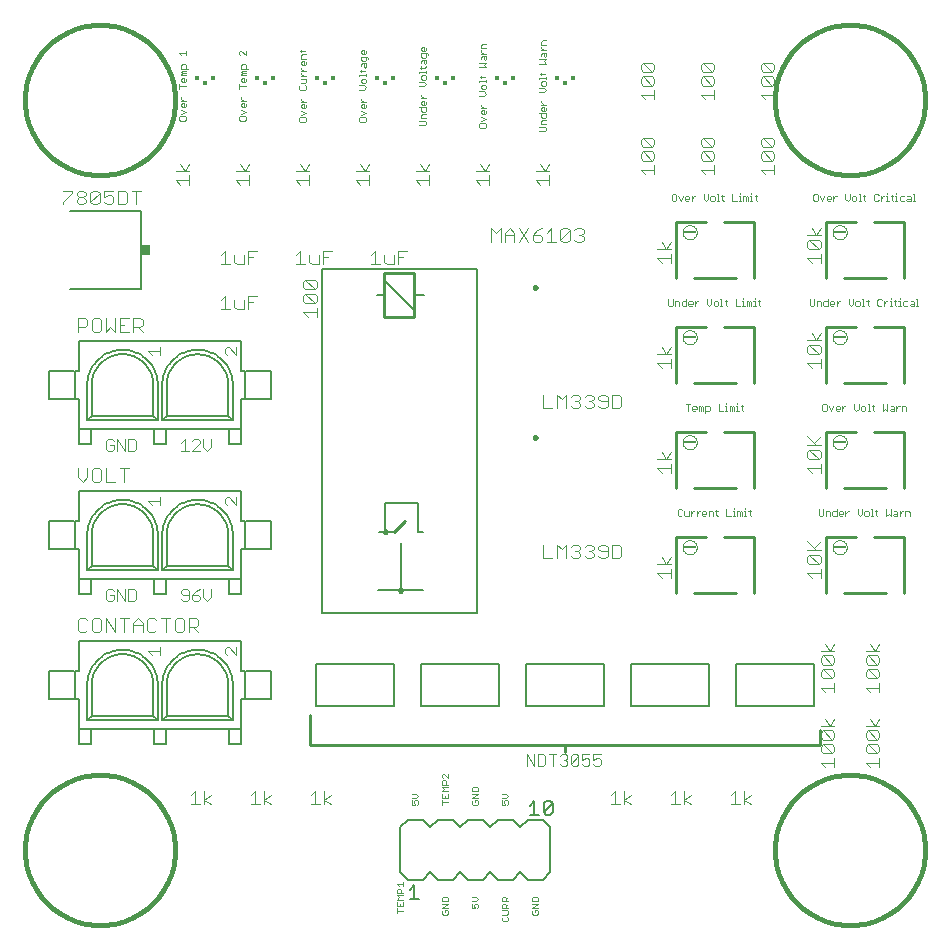
<source format=gto>
G75*
G70*
%OFA0B0*%
%FSLAX24Y24*%
%IPPOS*%
%LPD*%
%AMOC8*
5,1,8,0,0,1.08239X$1,22.5*
%
%ADD10C,0.0160*%
%ADD11C,0.0020*%
%ADD12C,0.0030*%
%ADD13C,0.0100*%
%ADD14C,0.0040*%
%ADD15R,0.0433X0.0079*%
%ADD16C,0.0080*%
%ADD17R,0.0300X0.0340*%
%ADD18R,0.0128X0.0167*%
%ADD19R,0.0138X0.0138*%
%ADD20C,0.0060*%
%ADD21C,0.0050*%
D10*
X000180Y002680D02*
X000183Y002803D01*
X000192Y002925D01*
X000207Y003047D01*
X000228Y003168D01*
X000255Y003287D01*
X000288Y003406D01*
X000326Y003522D01*
X000370Y003637D01*
X000420Y003749D01*
X000475Y003858D01*
X000536Y003965D01*
X000601Y004069D01*
X000672Y004169D01*
X000747Y004266D01*
X000828Y004359D01*
X000912Y004448D01*
X001001Y004532D01*
X001094Y004613D01*
X001191Y004688D01*
X001291Y004759D01*
X001395Y004824D01*
X001502Y004885D01*
X001611Y004940D01*
X001723Y004990D01*
X001838Y005034D01*
X001954Y005072D01*
X002073Y005105D01*
X002192Y005132D01*
X002313Y005153D01*
X002435Y005168D01*
X002557Y005177D01*
X002680Y005180D01*
X002803Y005177D01*
X002925Y005168D01*
X003047Y005153D01*
X003168Y005132D01*
X003287Y005105D01*
X003406Y005072D01*
X003522Y005034D01*
X003637Y004990D01*
X003749Y004940D01*
X003858Y004885D01*
X003965Y004824D01*
X004069Y004759D01*
X004169Y004688D01*
X004266Y004613D01*
X004359Y004532D01*
X004448Y004448D01*
X004532Y004359D01*
X004613Y004266D01*
X004688Y004169D01*
X004759Y004069D01*
X004824Y003965D01*
X004885Y003858D01*
X004940Y003749D01*
X004990Y003637D01*
X005034Y003522D01*
X005072Y003406D01*
X005105Y003287D01*
X005132Y003168D01*
X005153Y003047D01*
X005168Y002925D01*
X005177Y002803D01*
X005180Y002680D01*
X005177Y002557D01*
X005168Y002435D01*
X005153Y002313D01*
X005132Y002192D01*
X005105Y002073D01*
X005072Y001954D01*
X005034Y001838D01*
X004990Y001723D01*
X004940Y001611D01*
X004885Y001502D01*
X004824Y001395D01*
X004759Y001291D01*
X004688Y001191D01*
X004613Y001094D01*
X004532Y001001D01*
X004448Y000912D01*
X004359Y000828D01*
X004266Y000747D01*
X004169Y000672D01*
X004069Y000601D01*
X003965Y000536D01*
X003858Y000475D01*
X003749Y000420D01*
X003637Y000370D01*
X003522Y000326D01*
X003406Y000288D01*
X003287Y000255D01*
X003168Y000228D01*
X003047Y000207D01*
X002925Y000192D01*
X002803Y000183D01*
X002680Y000180D01*
X002557Y000183D01*
X002435Y000192D01*
X002313Y000207D01*
X002192Y000228D01*
X002073Y000255D01*
X001954Y000288D01*
X001838Y000326D01*
X001723Y000370D01*
X001611Y000420D01*
X001502Y000475D01*
X001395Y000536D01*
X001291Y000601D01*
X001191Y000672D01*
X001094Y000747D01*
X001001Y000828D01*
X000912Y000912D01*
X000828Y001001D01*
X000747Y001094D01*
X000672Y001191D01*
X000601Y001291D01*
X000536Y001395D01*
X000475Y001502D01*
X000420Y001611D01*
X000370Y001723D01*
X000326Y001838D01*
X000288Y001954D01*
X000255Y002073D01*
X000228Y002192D01*
X000207Y002313D01*
X000192Y002435D01*
X000183Y002557D01*
X000180Y002680D01*
X000180Y027680D02*
X000183Y027803D01*
X000192Y027925D01*
X000207Y028047D01*
X000228Y028168D01*
X000255Y028287D01*
X000288Y028406D01*
X000326Y028522D01*
X000370Y028637D01*
X000420Y028749D01*
X000475Y028858D01*
X000536Y028965D01*
X000601Y029069D01*
X000672Y029169D01*
X000747Y029266D01*
X000828Y029359D01*
X000912Y029448D01*
X001001Y029532D01*
X001094Y029613D01*
X001191Y029688D01*
X001291Y029759D01*
X001395Y029824D01*
X001502Y029885D01*
X001611Y029940D01*
X001723Y029990D01*
X001838Y030034D01*
X001954Y030072D01*
X002073Y030105D01*
X002192Y030132D01*
X002313Y030153D01*
X002435Y030168D01*
X002557Y030177D01*
X002680Y030180D01*
X002803Y030177D01*
X002925Y030168D01*
X003047Y030153D01*
X003168Y030132D01*
X003287Y030105D01*
X003406Y030072D01*
X003522Y030034D01*
X003637Y029990D01*
X003749Y029940D01*
X003858Y029885D01*
X003965Y029824D01*
X004069Y029759D01*
X004169Y029688D01*
X004266Y029613D01*
X004359Y029532D01*
X004448Y029448D01*
X004532Y029359D01*
X004613Y029266D01*
X004688Y029169D01*
X004759Y029069D01*
X004824Y028965D01*
X004885Y028858D01*
X004940Y028749D01*
X004990Y028637D01*
X005034Y028522D01*
X005072Y028406D01*
X005105Y028287D01*
X005132Y028168D01*
X005153Y028047D01*
X005168Y027925D01*
X005177Y027803D01*
X005180Y027680D01*
X005177Y027557D01*
X005168Y027435D01*
X005153Y027313D01*
X005132Y027192D01*
X005105Y027073D01*
X005072Y026954D01*
X005034Y026838D01*
X004990Y026723D01*
X004940Y026611D01*
X004885Y026502D01*
X004824Y026395D01*
X004759Y026291D01*
X004688Y026191D01*
X004613Y026094D01*
X004532Y026001D01*
X004448Y025912D01*
X004359Y025828D01*
X004266Y025747D01*
X004169Y025672D01*
X004069Y025601D01*
X003965Y025536D01*
X003858Y025475D01*
X003749Y025420D01*
X003637Y025370D01*
X003522Y025326D01*
X003406Y025288D01*
X003287Y025255D01*
X003168Y025228D01*
X003047Y025207D01*
X002925Y025192D01*
X002803Y025183D01*
X002680Y025180D01*
X002557Y025183D01*
X002435Y025192D01*
X002313Y025207D01*
X002192Y025228D01*
X002073Y025255D01*
X001954Y025288D01*
X001838Y025326D01*
X001723Y025370D01*
X001611Y025420D01*
X001502Y025475D01*
X001395Y025536D01*
X001291Y025601D01*
X001191Y025672D01*
X001094Y025747D01*
X001001Y025828D01*
X000912Y025912D01*
X000828Y026001D01*
X000747Y026094D01*
X000672Y026191D01*
X000601Y026291D01*
X000536Y026395D01*
X000475Y026502D01*
X000420Y026611D01*
X000370Y026723D01*
X000326Y026838D01*
X000288Y026954D01*
X000255Y027073D01*
X000228Y027192D01*
X000207Y027313D01*
X000192Y027435D01*
X000183Y027557D01*
X000180Y027680D01*
X025180Y027680D02*
X025183Y027803D01*
X025192Y027925D01*
X025207Y028047D01*
X025228Y028168D01*
X025255Y028287D01*
X025288Y028406D01*
X025326Y028522D01*
X025370Y028637D01*
X025420Y028749D01*
X025475Y028858D01*
X025536Y028965D01*
X025601Y029069D01*
X025672Y029169D01*
X025747Y029266D01*
X025828Y029359D01*
X025912Y029448D01*
X026001Y029532D01*
X026094Y029613D01*
X026191Y029688D01*
X026291Y029759D01*
X026395Y029824D01*
X026502Y029885D01*
X026611Y029940D01*
X026723Y029990D01*
X026838Y030034D01*
X026954Y030072D01*
X027073Y030105D01*
X027192Y030132D01*
X027313Y030153D01*
X027435Y030168D01*
X027557Y030177D01*
X027680Y030180D01*
X027803Y030177D01*
X027925Y030168D01*
X028047Y030153D01*
X028168Y030132D01*
X028287Y030105D01*
X028406Y030072D01*
X028522Y030034D01*
X028637Y029990D01*
X028749Y029940D01*
X028858Y029885D01*
X028965Y029824D01*
X029069Y029759D01*
X029169Y029688D01*
X029266Y029613D01*
X029359Y029532D01*
X029448Y029448D01*
X029532Y029359D01*
X029613Y029266D01*
X029688Y029169D01*
X029759Y029069D01*
X029824Y028965D01*
X029885Y028858D01*
X029940Y028749D01*
X029990Y028637D01*
X030034Y028522D01*
X030072Y028406D01*
X030105Y028287D01*
X030132Y028168D01*
X030153Y028047D01*
X030168Y027925D01*
X030177Y027803D01*
X030180Y027680D01*
X030177Y027557D01*
X030168Y027435D01*
X030153Y027313D01*
X030132Y027192D01*
X030105Y027073D01*
X030072Y026954D01*
X030034Y026838D01*
X029990Y026723D01*
X029940Y026611D01*
X029885Y026502D01*
X029824Y026395D01*
X029759Y026291D01*
X029688Y026191D01*
X029613Y026094D01*
X029532Y026001D01*
X029448Y025912D01*
X029359Y025828D01*
X029266Y025747D01*
X029169Y025672D01*
X029069Y025601D01*
X028965Y025536D01*
X028858Y025475D01*
X028749Y025420D01*
X028637Y025370D01*
X028522Y025326D01*
X028406Y025288D01*
X028287Y025255D01*
X028168Y025228D01*
X028047Y025207D01*
X027925Y025192D01*
X027803Y025183D01*
X027680Y025180D01*
X027557Y025183D01*
X027435Y025192D01*
X027313Y025207D01*
X027192Y025228D01*
X027073Y025255D01*
X026954Y025288D01*
X026838Y025326D01*
X026723Y025370D01*
X026611Y025420D01*
X026502Y025475D01*
X026395Y025536D01*
X026291Y025601D01*
X026191Y025672D01*
X026094Y025747D01*
X026001Y025828D01*
X025912Y025912D01*
X025828Y026001D01*
X025747Y026094D01*
X025672Y026191D01*
X025601Y026291D01*
X025536Y026395D01*
X025475Y026502D01*
X025420Y026611D01*
X025370Y026723D01*
X025326Y026838D01*
X025288Y026954D01*
X025255Y027073D01*
X025228Y027192D01*
X025207Y027313D01*
X025192Y027435D01*
X025183Y027557D01*
X025180Y027680D01*
X025180Y002680D02*
X025183Y002803D01*
X025192Y002925D01*
X025207Y003047D01*
X025228Y003168D01*
X025255Y003287D01*
X025288Y003406D01*
X025326Y003522D01*
X025370Y003637D01*
X025420Y003749D01*
X025475Y003858D01*
X025536Y003965D01*
X025601Y004069D01*
X025672Y004169D01*
X025747Y004266D01*
X025828Y004359D01*
X025912Y004448D01*
X026001Y004532D01*
X026094Y004613D01*
X026191Y004688D01*
X026291Y004759D01*
X026395Y004824D01*
X026502Y004885D01*
X026611Y004940D01*
X026723Y004990D01*
X026838Y005034D01*
X026954Y005072D01*
X027073Y005105D01*
X027192Y005132D01*
X027313Y005153D01*
X027435Y005168D01*
X027557Y005177D01*
X027680Y005180D01*
X027803Y005177D01*
X027925Y005168D01*
X028047Y005153D01*
X028168Y005132D01*
X028287Y005105D01*
X028406Y005072D01*
X028522Y005034D01*
X028637Y004990D01*
X028749Y004940D01*
X028858Y004885D01*
X028965Y004824D01*
X029069Y004759D01*
X029169Y004688D01*
X029266Y004613D01*
X029359Y004532D01*
X029448Y004448D01*
X029532Y004359D01*
X029613Y004266D01*
X029688Y004169D01*
X029759Y004069D01*
X029824Y003965D01*
X029885Y003858D01*
X029940Y003749D01*
X029990Y003637D01*
X030034Y003522D01*
X030072Y003406D01*
X030105Y003287D01*
X030132Y003168D01*
X030153Y003047D01*
X030168Y002925D01*
X030177Y002803D01*
X030180Y002680D01*
X030177Y002557D01*
X030168Y002435D01*
X030153Y002313D01*
X030132Y002192D01*
X030105Y002073D01*
X030072Y001954D01*
X030034Y001838D01*
X029990Y001723D01*
X029940Y001611D01*
X029885Y001502D01*
X029824Y001395D01*
X029759Y001291D01*
X029688Y001191D01*
X029613Y001094D01*
X029532Y001001D01*
X029448Y000912D01*
X029359Y000828D01*
X029266Y000747D01*
X029169Y000672D01*
X029069Y000601D01*
X028965Y000536D01*
X028858Y000475D01*
X028749Y000420D01*
X028637Y000370D01*
X028522Y000326D01*
X028406Y000288D01*
X028287Y000255D01*
X028168Y000228D01*
X028047Y000207D01*
X027925Y000192D01*
X027803Y000183D01*
X027680Y000180D01*
X027557Y000183D01*
X027435Y000192D01*
X027313Y000207D01*
X027192Y000228D01*
X027073Y000255D01*
X026954Y000288D01*
X026838Y000326D01*
X026723Y000370D01*
X026611Y000420D01*
X026502Y000475D01*
X026395Y000536D01*
X026291Y000601D01*
X026191Y000672D01*
X026094Y000747D01*
X026001Y000828D01*
X025912Y000912D01*
X025828Y001001D01*
X025747Y001094D01*
X025672Y001191D01*
X025601Y001291D01*
X025536Y001395D01*
X025475Y001502D01*
X025420Y001611D01*
X025370Y001723D01*
X025326Y001838D01*
X025288Y001954D01*
X025255Y002073D01*
X025228Y002192D01*
X025207Y002313D01*
X025192Y002435D01*
X025183Y002557D01*
X025180Y002680D01*
D11*
X017290Y001079D02*
X017253Y001116D01*
X017107Y001116D01*
X017070Y001079D01*
X017070Y000969D01*
X017290Y000969D01*
X017290Y001079D01*
X017290Y000895D02*
X017070Y000895D01*
X017070Y000748D02*
X017290Y000895D01*
X017290Y000748D02*
X017070Y000748D01*
X017107Y000674D02*
X017070Y000637D01*
X017070Y000564D01*
X017107Y000527D01*
X017253Y000527D01*
X017290Y000564D01*
X017290Y000637D01*
X017253Y000674D01*
X017180Y000674D01*
X017180Y000600D01*
X016290Y000564D02*
X016290Y000637D01*
X016253Y000674D01*
X016070Y000674D01*
X016070Y000748D02*
X016070Y000858D01*
X016107Y000895D01*
X016180Y000895D01*
X016217Y000858D01*
X016217Y000748D01*
X016290Y000748D02*
X016070Y000748D01*
X016217Y000821D02*
X016290Y000895D01*
X016290Y000969D02*
X016070Y000969D01*
X016070Y001079D01*
X016107Y001116D01*
X016180Y001116D01*
X016217Y001079D01*
X016217Y000969D01*
X016217Y001042D02*
X016290Y001116D01*
X016290Y000564D02*
X016253Y000527D01*
X016070Y000527D01*
X016107Y000453D02*
X016070Y000416D01*
X016070Y000343D01*
X016107Y000306D01*
X016253Y000306D01*
X016290Y000343D01*
X016290Y000416D01*
X016253Y000453D01*
X015290Y000785D02*
X015253Y000748D01*
X015290Y000785D02*
X015290Y000858D01*
X015253Y000895D01*
X015180Y000895D01*
X015143Y000858D01*
X015143Y000821D01*
X015180Y000748D01*
X015070Y000748D01*
X015070Y000895D01*
X015070Y000969D02*
X015217Y000969D01*
X015290Y001042D01*
X015217Y001116D01*
X015070Y001116D01*
X014290Y001079D02*
X014253Y001116D01*
X014107Y001116D01*
X014070Y001079D01*
X014070Y000969D01*
X014290Y000969D01*
X014290Y001079D01*
X014290Y000895D02*
X014070Y000895D01*
X014070Y000748D02*
X014290Y000895D01*
X014290Y000748D02*
X014070Y000748D01*
X014107Y000674D02*
X014070Y000637D01*
X014070Y000564D01*
X014107Y000527D01*
X014253Y000527D01*
X014290Y000564D01*
X014290Y000637D01*
X014253Y000674D01*
X014180Y000674D01*
X014180Y000600D01*
X012790Y000658D02*
X012570Y000658D01*
X012570Y000585D02*
X012570Y000732D01*
X012570Y000806D02*
X012790Y000806D01*
X012790Y000953D01*
X012790Y001027D02*
X012570Y001027D01*
X012643Y001100D01*
X012570Y001174D01*
X012790Y001174D01*
X012790Y001248D02*
X012570Y001248D01*
X012570Y001358D01*
X012607Y001395D01*
X012680Y001395D01*
X012717Y001358D01*
X012717Y001248D01*
X012790Y001469D02*
X012790Y001616D01*
X012790Y001542D02*
X012570Y001542D01*
X012643Y001469D01*
X012570Y000953D02*
X012570Y000806D01*
X012680Y000806D02*
X012680Y000879D01*
X013070Y004190D02*
X013180Y004190D01*
X013143Y004263D01*
X013143Y004300D01*
X013180Y004337D01*
X013253Y004337D01*
X013290Y004300D01*
X013290Y004227D01*
X013253Y004190D01*
X013070Y004190D02*
X013070Y004337D01*
X013070Y004411D02*
X013217Y004411D01*
X013290Y004484D01*
X013217Y004558D01*
X013070Y004558D01*
X014070Y004558D02*
X014070Y004411D01*
X014290Y004411D01*
X014290Y004558D01*
X014290Y004632D02*
X014070Y004632D01*
X014143Y004705D01*
X014070Y004779D01*
X014290Y004779D01*
X014290Y004853D02*
X014070Y004853D01*
X014070Y004963D01*
X014107Y005000D01*
X014180Y005000D01*
X014217Y004963D01*
X014217Y004853D01*
X014290Y005074D02*
X014143Y005221D01*
X014107Y005221D01*
X014070Y005184D01*
X014070Y005111D01*
X014107Y005074D01*
X014290Y005074D02*
X014290Y005221D01*
X015070Y004742D02*
X015070Y004632D01*
X015290Y004632D01*
X015290Y004742D01*
X015253Y004779D01*
X015107Y004779D01*
X015070Y004742D01*
X015070Y004558D02*
X015290Y004558D01*
X015070Y004411D01*
X015290Y004411D01*
X015253Y004337D02*
X015180Y004337D01*
X015180Y004263D01*
X015107Y004190D02*
X015253Y004190D01*
X015290Y004227D01*
X015290Y004300D01*
X015253Y004337D01*
X015107Y004337D02*
X015070Y004300D01*
X015070Y004227D01*
X015107Y004190D01*
X014290Y004263D02*
X014070Y004263D01*
X014070Y004190D02*
X014070Y004337D01*
X014180Y004411D02*
X014180Y004484D01*
X016070Y004411D02*
X016217Y004411D01*
X016290Y004484D01*
X016217Y004558D01*
X016070Y004558D01*
X016070Y004337D02*
X016070Y004190D01*
X016180Y004190D01*
X016143Y004263D01*
X016143Y004300D01*
X016180Y004337D01*
X016253Y004337D01*
X016290Y004300D01*
X016290Y004227D01*
X016253Y004190D01*
X021974Y013820D02*
X022048Y013820D01*
X022085Y013857D01*
X022159Y013857D02*
X022195Y013820D01*
X022306Y013820D01*
X022306Y013967D01*
X022380Y013967D02*
X022380Y013820D01*
X022380Y013893D02*
X022453Y013967D01*
X022490Y013967D01*
X022564Y013967D02*
X022564Y013820D01*
X022564Y013893D02*
X022637Y013967D01*
X022674Y013967D01*
X022748Y013930D02*
X022785Y013967D01*
X022858Y013967D01*
X022895Y013930D01*
X022895Y013893D01*
X022748Y013893D01*
X022748Y013857D02*
X022748Y013930D01*
X022748Y013857D02*
X022785Y013820D01*
X022858Y013820D01*
X022969Y013820D02*
X022969Y013967D01*
X023079Y013967D01*
X023116Y013930D01*
X023116Y013820D01*
X023227Y013857D02*
X023263Y013820D01*
X023227Y013857D02*
X023227Y014003D01*
X023263Y013967D02*
X023190Y013967D01*
X023558Y014040D02*
X023558Y013820D01*
X023705Y013820D01*
X023779Y013820D02*
X023853Y013820D01*
X023816Y013820D02*
X023816Y013967D01*
X023779Y013967D01*
X023816Y014040D02*
X023816Y014077D01*
X023927Y013967D02*
X023963Y013967D01*
X024000Y013930D01*
X024037Y013967D01*
X024073Y013930D01*
X024073Y013820D01*
X024000Y013820D02*
X024000Y013930D01*
X023927Y013967D02*
X023927Y013820D01*
X024148Y013820D02*
X024221Y013820D01*
X024184Y013820D02*
X024184Y013967D01*
X024148Y013967D01*
X024184Y014040D02*
X024184Y014077D01*
X024295Y013967D02*
X024368Y013967D01*
X024332Y014003D02*
X024332Y013857D01*
X024368Y013820D01*
X026643Y013857D02*
X026680Y013820D01*
X026753Y013820D01*
X026790Y013857D01*
X026790Y014040D01*
X026864Y013967D02*
X026974Y013967D01*
X027011Y013930D01*
X027011Y013820D01*
X027085Y013857D02*
X027085Y013930D01*
X027122Y013967D01*
X027232Y013967D01*
X027232Y014040D02*
X027232Y013820D01*
X027122Y013820D01*
X027085Y013857D01*
X027306Y013857D02*
X027306Y013930D01*
X027343Y013967D01*
X027416Y013967D01*
X027453Y013930D01*
X027453Y013893D01*
X027306Y013893D01*
X027306Y013857D02*
X027343Y013820D01*
X027416Y013820D01*
X027527Y013820D02*
X027527Y013967D01*
X027600Y013967D02*
X027637Y013967D01*
X027600Y013967D02*
X027527Y013893D01*
X027932Y013893D02*
X028006Y013820D01*
X028079Y013893D01*
X028079Y014040D01*
X028190Y013967D02*
X028153Y013930D01*
X028153Y013857D01*
X028190Y013820D01*
X028263Y013820D01*
X028300Y013857D01*
X028300Y013930D01*
X028263Y013967D01*
X028190Y013967D01*
X028374Y014040D02*
X028411Y014040D01*
X028411Y013820D01*
X028374Y013820D02*
X028448Y013820D01*
X028558Y013857D02*
X028558Y014003D01*
X028521Y013967D02*
X028595Y013967D01*
X028558Y013857D02*
X028595Y013820D01*
X028890Y013820D02*
X028890Y014040D01*
X029037Y014040D02*
X029037Y013820D01*
X028963Y013893D01*
X028890Y013820D01*
X029111Y013857D02*
X029147Y013893D01*
X029258Y013893D01*
X029258Y013930D02*
X029258Y013820D01*
X029147Y013820D01*
X029111Y013857D01*
X029147Y013967D02*
X029221Y013967D01*
X029258Y013930D01*
X029332Y013893D02*
X029405Y013967D01*
X029442Y013967D01*
X029516Y013967D02*
X029516Y013820D01*
X029663Y013820D02*
X029663Y013930D01*
X029626Y013967D01*
X029516Y013967D01*
X029332Y013967D02*
X029332Y013820D01*
X027932Y013893D02*
X027932Y014040D01*
X026864Y013967D02*
X026864Y013820D01*
X026643Y013857D02*
X026643Y014040D01*
X026790Y017320D02*
X026864Y017320D01*
X026900Y017357D01*
X026900Y017503D01*
X026864Y017540D01*
X026790Y017540D01*
X026754Y017503D01*
X026754Y017357D01*
X026790Y017320D01*
X026975Y017467D02*
X027048Y017320D01*
X027121Y017467D01*
X027196Y017430D02*
X027232Y017467D01*
X027306Y017467D01*
X027342Y017430D01*
X027342Y017393D01*
X027196Y017393D01*
X027196Y017357D02*
X027196Y017430D01*
X027196Y017357D02*
X027232Y017320D01*
X027306Y017320D01*
X027417Y017320D02*
X027417Y017467D01*
X027490Y017467D02*
X027527Y017467D01*
X027490Y017467D02*
X027417Y017393D01*
X027822Y017393D02*
X027895Y017320D01*
X027968Y017393D01*
X027968Y017540D01*
X028043Y017430D02*
X028043Y017357D01*
X028079Y017320D01*
X028153Y017320D01*
X028189Y017357D01*
X028189Y017430D01*
X028153Y017467D01*
X028079Y017467D01*
X028043Y017430D01*
X027822Y017393D02*
X027822Y017540D01*
X028264Y017540D02*
X028300Y017540D01*
X028300Y017320D01*
X028264Y017320D02*
X028337Y017320D01*
X028448Y017357D02*
X028484Y017320D01*
X028448Y017357D02*
X028448Y017503D01*
X028484Y017467D02*
X028411Y017467D01*
X028779Y017540D02*
X028779Y017320D01*
X028853Y017393D01*
X028926Y017320D01*
X028926Y017540D01*
X029037Y017467D02*
X029110Y017467D01*
X029147Y017430D01*
X029147Y017320D01*
X029037Y017320D01*
X029000Y017357D01*
X029037Y017393D01*
X029147Y017393D01*
X029221Y017393D02*
X029295Y017467D01*
X029331Y017467D01*
X029405Y017467D02*
X029516Y017467D01*
X029552Y017430D01*
X029552Y017320D01*
X029405Y017320D02*
X029405Y017467D01*
X029221Y017467D02*
X029221Y017320D01*
X029221Y020820D02*
X029184Y020857D01*
X029184Y021003D01*
X029148Y020967D02*
X029221Y020967D01*
X029295Y020967D02*
X029332Y020967D01*
X029332Y020820D01*
X029368Y020820D02*
X029295Y020820D01*
X029442Y020857D02*
X029479Y020820D01*
X029589Y020820D01*
X029663Y020857D02*
X029700Y020893D01*
X029810Y020893D01*
X029810Y020930D02*
X029810Y020820D01*
X029700Y020820D01*
X029663Y020857D01*
X029700Y020967D02*
X029773Y020967D01*
X029810Y020930D01*
X029884Y020820D02*
X029958Y020820D01*
X029921Y020820D02*
X029921Y021040D01*
X029884Y021040D01*
X029589Y020967D02*
X029479Y020967D01*
X029442Y020930D01*
X029442Y020857D01*
X029332Y021040D02*
X029332Y021077D01*
X029037Y021077D02*
X029037Y021040D01*
X029037Y020967D02*
X029037Y020820D01*
X029000Y020820D02*
X029074Y020820D01*
X029037Y020967D02*
X029000Y020967D01*
X028926Y020967D02*
X028890Y020967D01*
X028816Y020893D01*
X028816Y020820D02*
X028816Y020967D01*
X028742Y021003D02*
X028705Y021040D01*
X028632Y021040D01*
X028595Y021003D01*
X028595Y020857D01*
X028632Y020820D01*
X028705Y020820D01*
X028742Y020857D01*
X028300Y020820D02*
X028264Y020857D01*
X028264Y021003D01*
X028300Y020967D02*
X028227Y020967D01*
X028116Y021040D02*
X028116Y020820D01*
X028079Y020820D02*
X028153Y020820D01*
X028005Y020857D02*
X028005Y020930D01*
X027969Y020967D01*
X027895Y020967D01*
X027859Y020930D01*
X027859Y020857D01*
X027895Y020820D01*
X027969Y020820D01*
X028005Y020857D01*
X028079Y021040D02*
X028116Y021040D01*
X027784Y021040D02*
X027784Y020893D01*
X027711Y020820D01*
X027638Y020893D01*
X027638Y021040D01*
X027342Y020967D02*
X027306Y020967D01*
X027232Y020893D01*
X027232Y020820D02*
X027232Y020967D01*
X027158Y020930D02*
X027121Y020967D01*
X027048Y020967D01*
X027011Y020930D01*
X027011Y020857D01*
X027048Y020820D01*
X027121Y020820D01*
X027158Y020893D02*
X027011Y020893D01*
X026937Y020820D02*
X026827Y020820D01*
X026790Y020857D01*
X026790Y020930D01*
X026827Y020967D01*
X026937Y020967D01*
X026937Y021040D02*
X026937Y020820D01*
X026716Y020820D02*
X026716Y020930D01*
X026680Y020967D01*
X026569Y020967D01*
X026569Y020820D01*
X026495Y020857D02*
X026495Y021040D01*
X026348Y021040D02*
X026348Y020857D01*
X026385Y020820D01*
X026459Y020820D01*
X026495Y020857D01*
X027158Y020893D02*
X027158Y020930D01*
X024681Y020967D02*
X024608Y020967D01*
X024645Y021003D02*
X024645Y020857D01*
X024681Y020820D01*
X024534Y020820D02*
X024461Y020820D01*
X024497Y020820D02*
X024497Y020967D01*
X024461Y020967D01*
X024497Y021040D02*
X024497Y021077D01*
X024350Y020967D02*
X024386Y020930D01*
X024386Y020820D01*
X024313Y020820D02*
X024313Y020930D01*
X024350Y020967D01*
X024313Y020930D02*
X024276Y020967D01*
X024240Y020967D01*
X024240Y020820D01*
X024166Y020820D02*
X024092Y020820D01*
X024129Y020820D02*
X024129Y020967D01*
X024092Y020967D01*
X024129Y021040D02*
X024129Y021077D01*
X023871Y021040D02*
X023871Y020820D01*
X024018Y020820D01*
X023576Y020820D02*
X023540Y020857D01*
X023540Y021003D01*
X023576Y020967D02*
X023503Y020967D01*
X023392Y021040D02*
X023392Y020820D01*
X023356Y020820D02*
X023429Y020820D01*
X023282Y020857D02*
X023282Y020930D01*
X023245Y020967D01*
X023171Y020967D01*
X023135Y020930D01*
X023135Y020857D01*
X023171Y020820D01*
X023245Y020820D01*
X023282Y020857D01*
X023356Y021040D02*
X023392Y021040D01*
X023061Y021040D02*
X023061Y020893D01*
X022987Y020820D01*
X022914Y020893D01*
X022914Y021040D01*
X022619Y020967D02*
X022582Y020967D01*
X022509Y020893D01*
X022509Y020820D02*
X022509Y020967D01*
X022434Y020930D02*
X022434Y020893D01*
X022288Y020893D01*
X022288Y020857D02*
X022288Y020930D01*
X022324Y020967D01*
X022398Y020967D01*
X022434Y020930D01*
X022398Y020820D02*
X022324Y020820D01*
X022288Y020857D01*
X022213Y020820D02*
X022103Y020820D01*
X022067Y020857D01*
X022067Y020930D01*
X022103Y020967D01*
X022213Y020967D01*
X022213Y021040D02*
X022213Y020820D01*
X021992Y020820D02*
X021992Y020930D01*
X021956Y020967D01*
X021846Y020967D01*
X021846Y020820D01*
X021771Y020857D02*
X021771Y021040D01*
X021625Y021040D02*
X021625Y020857D01*
X021661Y020820D01*
X021735Y020820D01*
X021771Y020857D01*
X022196Y017540D02*
X022342Y017540D01*
X022269Y017540D02*
X022269Y017320D01*
X022417Y017357D02*
X022417Y017430D01*
X022453Y017467D01*
X022527Y017467D01*
X022563Y017430D01*
X022563Y017393D01*
X022417Y017393D01*
X022417Y017357D02*
X022453Y017320D01*
X022527Y017320D01*
X022638Y017320D02*
X022638Y017467D01*
X022674Y017467D01*
X022711Y017430D01*
X022748Y017467D01*
X022784Y017430D01*
X022784Y017320D01*
X022711Y017320D02*
X022711Y017430D01*
X022859Y017467D02*
X022859Y017247D01*
X022859Y017320D02*
X022969Y017320D01*
X023005Y017357D01*
X023005Y017430D01*
X022969Y017467D01*
X022859Y017467D01*
X023300Y017540D02*
X023300Y017320D01*
X023447Y017320D01*
X023521Y017320D02*
X023595Y017320D01*
X023558Y017320D02*
X023558Y017467D01*
X023521Y017467D01*
X023558Y017540D02*
X023558Y017577D01*
X023669Y017467D02*
X023706Y017467D01*
X023742Y017430D01*
X023779Y017467D01*
X023816Y017430D01*
X023816Y017320D01*
X023890Y017320D02*
X023963Y017320D01*
X023926Y017320D02*
X023926Y017467D01*
X023890Y017467D01*
X023926Y017540D02*
X023926Y017577D01*
X024037Y017467D02*
X024111Y017467D01*
X024074Y017503D02*
X024074Y017357D01*
X024111Y017320D01*
X023742Y017320D02*
X023742Y017430D01*
X023669Y017467D02*
X023669Y017320D01*
X022048Y014040D02*
X021974Y014040D01*
X021938Y014003D01*
X021938Y013857D01*
X021974Y013820D01*
X022159Y013857D02*
X022159Y013967D01*
X022085Y014003D02*
X022048Y014040D01*
X022030Y024320D02*
X022103Y024467D01*
X022177Y024430D02*
X022214Y024467D01*
X022287Y024467D01*
X022324Y024430D01*
X022324Y024393D01*
X022177Y024393D01*
X022177Y024357D02*
X022177Y024430D01*
X022177Y024357D02*
X022214Y024320D01*
X022287Y024320D01*
X022398Y024320D02*
X022398Y024467D01*
X022398Y024393D02*
X022472Y024467D01*
X022508Y024467D01*
X022803Y024540D02*
X022803Y024393D01*
X022877Y024320D01*
X022950Y024393D01*
X022950Y024540D01*
X023024Y024430D02*
X023024Y024357D01*
X023061Y024320D01*
X023134Y024320D01*
X023171Y024357D01*
X023171Y024430D01*
X023134Y024467D01*
X023061Y024467D01*
X023024Y024430D01*
X023245Y024320D02*
X023319Y024320D01*
X023282Y024320D02*
X023282Y024540D01*
X023245Y024540D01*
X023393Y024467D02*
X023466Y024467D01*
X023429Y024503D02*
X023429Y024357D01*
X023466Y024320D01*
X023761Y024320D02*
X023908Y024320D01*
X023982Y024320D02*
X024055Y024320D01*
X024019Y024320D02*
X024019Y024467D01*
X023982Y024467D01*
X024019Y024540D02*
X024019Y024577D01*
X024129Y024467D02*
X024166Y024467D01*
X024203Y024430D01*
X024239Y024467D01*
X024276Y024430D01*
X024276Y024320D01*
X024203Y024320D02*
X024203Y024430D01*
X024129Y024467D02*
X024129Y024320D01*
X024350Y024320D02*
X024424Y024320D01*
X024387Y024320D02*
X024387Y024467D01*
X024350Y024467D01*
X024387Y024540D02*
X024387Y024577D01*
X024498Y024467D02*
X024571Y024467D01*
X024534Y024503D02*
X024534Y024357D01*
X024571Y024320D01*
X023761Y024320D02*
X023761Y024540D01*
X022030Y024320D02*
X021956Y024467D01*
X021882Y024503D02*
X021845Y024540D01*
X021772Y024540D01*
X021735Y024503D01*
X021735Y024357D01*
X021772Y024320D01*
X021845Y024320D01*
X021882Y024357D01*
X021882Y024503D01*
X026459Y024503D02*
X026459Y024357D01*
X026496Y024320D01*
X026569Y024320D01*
X026606Y024357D01*
X026606Y024503D01*
X026569Y024540D01*
X026496Y024540D01*
X026459Y024503D01*
X026680Y024467D02*
X026753Y024320D01*
X026827Y024467D01*
X026901Y024430D02*
X026938Y024467D01*
X027011Y024467D01*
X027048Y024430D01*
X027048Y024393D01*
X026901Y024393D01*
X026901Y024357D02*
X026901Y024430D01*
X026901Y024357D02*
X026938Y024320D01*
X027011Y024320D01*
X027122Y024320D02*
X027122Y024467D01*
X027195Y024467D02*
X027232Y024467D01*
X027195Y024467D02*
X027122Y024393D01*
X027527Y024393D02*
X027600Y024320D01*
X027674Y024393D01*
X027674Y024540D01*
X027748Y024430D02*
X027748Y024357D01*
X027785Y024320D01*
X027858Y024320D01*
X027895Y024357D01*
X027895Y024430D01*
X027858Y024467D01*
X027785Y024467D01*
X027748Y024430D01*
X027527Y024393D02*
X027527Y024540D01*
X027969Y024540D02*
X028006Y024540D01*
X028006Y024320D01*
X028042Y024320D02*
X027969Y024320D01*
X028153Y024357D02*
X028190Y024320D01*
X028153Y024357D02*
X028153Y024503D01*
X028116Y024467D02*
X028190Y024467D01*
X028485Y024503D02*
X028485Y024357D01*
X028521Y024320D01*
X028595Y024320D01*
X028631Y024357D01*
X028706Y024393D02*
X028779Y024467D01*
X028816Y024467D01*
X028890Y024467D02*
X028926Y024467D01*
X028926Y024320D01*
X028890Y024320D02*
X028963Y024320D01*
X029074Y024357D02*
X029111Y024320D01*
X029074Y024357D02*
X029074Y024503D01*
X029037Y024467D02*
X029111Y024467D01*
X029184Y024467D02*
X029221Y024467D01*
X029221Y024320D01*
X029184Y024320D02*
X029258Y024320D01*
X029332Y024357D02*
X029368Y024320D01*
X029479Y024320D01*
X029553Y024357D02*
X029589Y024393D01*
X029700Y024393D01*
X029700Y024430D02*
X029700Y024320D01*
X029589Y024320D01*
X029553Y024357D01*
X029589Y024467D02*
X029663Y024467D01*
X029700Y024430D01*
X029774Y024320D02*
X029847Y024320D01*
X029810Y024320D02*
X029810Y024540D01*
X029774Y024540D01*
X029479Y024467D02*
X029368Y024467D01*
X029332Y024430D01*
X029332Y024357D01*
X029221Y024540D02*
X029221Y024577D01*
X028926Y024577D02*
X028926Y024540D01*
X028706Y024467D02*
X028706Y024320D01*
X028631Y024503D02*
X028595Y024540D01*
X028521Y024540D01*
X028485Y024503D01*
X017540Y026680D02*
X017540Y026753D01*
X017503Y026790D01*
X017320Y026790D01*
X017393Y026864D02*
X017393Y026974D01*
X017430Y027011D01*
X017540Y027011D01*
X017503Y027085D02*
X017430Y027085D01*
X017393Y027122D01*
X017393Y027232D01*
X017320Y027232D02*
X017540Y027232D01*
X017540Y027122D01*
X017503Y027085D01*
X017503Y027306D02*
X017430Y027306D01*
X017393Y027343D01*
X017393Y027416D01*
X017430Y027453D01*
X017467Y027453D01*
X017467Y027306D01*
X017503Y027306D02*
X017540Y027343D01*
X017540Y027416D01*
X017540Y027527D02*
X017393Y027527D01*
X017393Y027600D02*
X017393Y027637D01*
X017393Y027600D02*
X017467Y027527D01*
X017467Y027932D02*
X017540Y028006D01*
X017467Y028079D01*
X017320Y028079D01*
X017430Y028153D02*
X017503Y028153D01*
X017540Y028190D01*
X017540Y028263D01*
X017503Y028300D01*
X017430Y028300D01*
X017393Y028263D01*
X017393Y028190D01*
X017430Y028153D01*
X017467Y027932D02*
X017320Y027932D01*
X017320Y028374D02*
X017320Y028411D01*
X017540Y028411D01*
X017540Y028374D02*
X017540Y028448D01*
X017503Y028558D02*
X017540Y028595D01*
X017503Y028558D02*
X017357Y028558D01*
X017393Y028521D02*
X017393Y028595D01*
X017320Y028890D02*
X017540Y028890D01*
X017467Y028963D01*
X017540Y029037D01*
X017320Y029037D01*
X017393Y029147D02*
X017393Y029221D01*
X017430Y029258D01*
X017540Y029258D01*
X017540Y029147D01*
X017503Y029111D01*
X017467Y029147D01*
X017467Y029258D01*
X017467Y029332D02*
X017393Y029405D01*
X017393Y029442D01*
X017393Y029516D02*
X017393Y029626D01*
X017430Y029663D01*
X017540Y029663D01*
X017540Y029516D02*
X017393Y029516D01*
X017393Y029332D02*
X017540Y029332D01*
X015540Y029405D02*
X015393Y029405D01*
X015393Y029516D01*
X015430Y029552D01*
X015540Y029552D01*
X015393Y029331D02*
X015393Y029295D01*
X015467Y029221D01*
X015540Y029221D02*
X015393Y029221D01*
X015430Y029147D02*
X015540Y029147D01*
X015540Y029037D01*
X015503Y029000D01*
X015467Y029037D01*
X015467Y029147D01*
X015430Y029147D02*
X015393Y029110D01*
X015393Y029037D01*
X015320Y028926D02*
X015540Y028926D01*
X015467Y028853D01*
X015540Y028779D01*
X015320Y028779D01*
X015393Y028484D02*
X015393Y028411D01*
X015357Y028448D02*
X015503Y028448D01*
X015540Y028484D01*
X015540Y028337D02*
X015540Y028264D01*
X015540Y028300D02*
X015320Y028300D01*
X015320Y028264D01*
X015393Y028153D02*
X015430Y028189D01*
X015503Y028189D01*
X015540Y028153D01*
X015540Y028079D01*
X015503Y028043D01*
X015430Y028043D01*
X015393Y028079D01*
X015393Y028153D01*
X015320Y027968D02*
X015467Y027968D01*
X015540Y027895D01*
X015467Y027822D01*
X015320Y027822D01*
X015393Y027527D02*
X015393Y027490D01*
X015467Y027417D01*
X015540Y027417D02*
X015393Y027417D01*
X015430Y027342D02*
X015467Y027342D01*
X015467Y027196D01*
X015503Y027196D02*
X015430Y027196D01*
X015393Y027232D01*
X015393Y027306D01*
X015430Y027342D01*
X015540Y027306D02*
X015540Y027232D01*
X015503Y027196D01*
X015393Y027121D02*
X015540Y027048D01*
X015393Y026975D01*
X015357Y026900D02*
X015320Y026864D01*
X015320Y026790D01*
X015357Y026754D01*
X015503Y026754D01*
X015540Y026790D01*
X015540Y026864D01*
X015503Y026900D01*
X015357Y026900D01*
X013540Y026882D02*
X013540Y026956D01*
X013503Y026992D01*
X013320Y026992D01*
X013393Y027067D02*
X013393Y027177D01*
X013430Y027213D01*
X013540Y027213D01*
X013503Y027288D02*
X013430Y027288D01*
X013393Y027324D01*
X013393Y027434D01*
X013320Y027434D02*
X013540Y027434D01*
X013540Y027324D01*
X013503Y027288D01*
X013503Y027509D02*
X013430Y027509D01*
X013393Y027545D01*
X013393Y027619D01*
X013430Y027655D01*
X013467Y027655D01*
X013467Y027509D01*
X013503Y027509D02*
X013540Y027545D01*
X013540Y027619D01*
X013540Y027730D02*
X013393Y027730D01*
X013393Y027803D02*
X013393Y027840D01*
X013393Y027803D02*
X013467Y027730D01*
X013467Y028135D02*
X013320Y028135D01*
X013320Y028282D02*
X013467Y028282D01*
X013540Y028208D01*
X013467Y028135D01*
X013503Y028356D02*
X013540Y028392D01*
X013540Y028466D01*
X013503Y028503D01*
X013430Y028503D01*
X013393Y028466D01*
X013393Y028392D01*
X013430Y028356D01*
X013503Y028356D01*
X013540Y028577D02*
X013540Y028650D01*
X013540Y028613D02*
X013320Y028613D01*
X013320Y028577D01*
X013393Y028724D02*
X013393Y028797D01*
X013357Y028761D02*
X013503Y028761D01*
X013540Y028797D01*
X013503Y028871D02*
X013467Y028908D01*
X013467Y029018D01*
X013430Y029018D02*
X013540Y029018D01*
X013540Y028908D01*
X013503Y028871D01*
X013393Y028908D02*
X013393Y028981D01*
X013430Y029018D01*
X013430Y029092D02*
X013503Y029092D01*
X013540Y029129D01*
X013540Y029239D01*
X013577Y029239D02*
X013393Y029239D01*
X013393Y029129D01*
X013430Y029092D01*
X013613Y029166D02*
X013613Y029202D01*
X013577Y029239D01*
X013503Y029313D02*
X013430Y029313D01*
X013393Y029350D01*
X013393Y029423D01*
X013430Y029460D01*
X013467Y029460D01*
X013467Y029313D01*
X013503Y029313D02*
X013540Y029350D01*
X013540Y029423D01*
X011613Y029092D02*
X011577Y029129D01*
X011393Y029129D01*
X011393Y029019D01*
X011430Y028982D01*
X011503Y028982D01*
X011540Y029019D01*
X011540Y029129D01*
X011613Y029092D02*
X011613Y029055D01*
X011540Y028908D02*
X011540Y028798D01*
X011503Y028761D01*
X011467Y028798D01*
X011467Y028908D01*
X011430Y028908D02*
X011540Y028908D01*
X011430Y028908D02*
X011393Y028871D01*
X011393Y028798D01*
X011393Y028687D02*
X011393Y028614D01*
X011357Y028650D02*
X011503Y028650D01*
X011540Y028687D01*
X011540Y028540D02*
X011540Y028466D01*
X011540Y028503D02*
X011320Y028503D01*
X011320Y028466D01*
X011430Y028392D02*
X011393Y028355D01*
X011393Y028282D01*
X011430Y028245D01*
X011503Y028245D01*
X011540Y028282D01*
X011540Y028355D01*
X011503Y028392D01*
X011430Y028392D01*
X011467Y028171D02*
X011320Y028171D01*
X011467Y028171D02*
X011540Y028098D01*
X011467Y028024D01*
X011320Y028024D01*
X011393Y027729D02*
X011393Y027693D01*
X011467Y027619D01*
X011540Y027619D02*
X011393Y027619D01*
X011430Y027545D02*
X011467Y027545D01*
X011467Y027398D01*
X011503Y027398D02*
X011430Y027398D01*
X011393Y027435D01*
X011393Y027508D01*
X011430Y027545D01*
X011540Y027508D02*
X011540Y027435D01*
X011503Y027398D01*
X011393Y027324D02*
X011540Y027251D01*
X011393Y027177D01*
X011357Y027103D02*
X011320Y027066D01*
X011320Y026993D01*
X011357Y026956D01*
X011503Y026956D01*
X011540Y026993D01*
X011540Y027066D01*
X011503Y027103D01*
X011357Y027103D01*
X009540Y027066D02*
X009540Y026993D01*
X009503Y026956D01*
X009357Y026956D01*
X009320Y026993D01*
X009320Y027066D01*
X009357Y027103D01*
X009503Y027103D01*
X009540Y027066D01*
X009393Y027177D02*
X009540Y027251D01*
X009393Y027324D01*
X009430Y027398D02*
X009393Y027435D01*
X009393Y027508D01*
X009430Y027545D01*
X009467Y027545D01*
X009467Y027398D01*
X009503Y027398D02*
X009430Y027398D01*
X009503Y027398D02*
X009540Y027435D01*
X009540Y027508D01*
X009540Y027619D02*
X009393Y027619D01*
X009393Y027693D02*
X009393Y027729D01*
X009393Y027693D02*
X009467Y027619D01*
X009503Y028024D02*
X009357Y028024D01*
X009320Y028061D01*
X009320Y028134D01*
X009357Y028171D01*
X009393Y028245D02*
X009503Y028245D01*
X009540Y028282D01*
X009540Y028392D01*
X009393Y028392D01*
X009393Y028466D02*
X009540Y028466D01*
X009467Y028466D02*
X009393Y028540D01*
X009393Y028576D01*
X009393Y028650D02*
X009540Y028650D01*
X009467Y028650D02*
X009393Y028724D01*
X009393Y028760D01*
X009430Y028835D02*
X009393Y028871D01*
X009393Y028945D01*
X009430Y028981D01*
X009467Y028981D01*
X009467Y028835D01*
X009503Y028835D02*
X009430Y028835D01*
X009503Y028835D02*
X009540Y028871D01*
X009540Y028945D01*
X009540Y029056D02*
X009393Y029056D01*
X009393Y029166D01*
X009430Y029202D01*
X009540Y029202D01*
X009503Y029313D02*
X009540Y029350D01*
X009503Y029313D02*
X009357Y029313D01*
X009393Y029277D02*
X009393Y029350D01*
X009503Y028171D02*
X009540Y028134D01*
X009540Y028061D01*
X009503Y028024D01*
X007613Y028724D02*
X007393Y028724D01*
X007393Y028834D01*
X007430Y028871D01*
X007503Y028871D01*
X007540Y028834D01*
X007540Y028724D01*
X007540Y028650D02*
X007430Y028650D01*
X007393Y028613D01*
X007430Y028576D01*
X007540Y028576D01*
X007540Y028503D02*
X007393Y028503D01*
X007393Y028540D01*
X007430Y028576D01*
X007430Y028429D02*
X007467Y028429D01*
X007467Y028282D01*
X007503Y028282D02*
X007430Y028282D01*
X007393Y028319D01*
X007393Y028392D01*
X007430Y028429D01*
X007540Y028392D02*
X007540Y028319D01*
X007503Y028282D01*
X007540Y028134D02*
X007320Y028134D01*
X007320Y028061D02*
X007320Y028208D01*
X007393Y027766D02*
X007393Y027729D01*
X007467Y027656D01*
X007540Y027656D02*
X007393Y027656D01*
X007430Y027582D02*
X007467Y027582D01*
X007467Y027435D01*
X007503Y027435D02*
X007430Y027435D01*
X007393Y027472D01*
X007393Y027545D01*
X007430Y027582D01*
X007540Y027545D02*
X007540Y027472D01*
X007503Y027435D01*
X007393Y027361D02*
X007540Y027287D01*
X007393Y027214D01*
X007357Y027140D02*
X007320Y027103D01*
X007320Y027030D01*
X007357Y026993D01*
X007503Y026993D01*
X007540Y027030D01*
X007540Y027103D01*
X007503Y027140D01*
X007357Y027140D01*
X005540Y027103D02*
X005503Y027140D01*
X005357Y027140D01*
X005320Y027103D01*
X005320Y027030D01*
X005357Y026993D01*
X005503Y026993D01*
X005540Y027030D01*
X005540Y027103D01*
X005393Y027214D02*
X005540Y027287D01*
X005393Y027361D01*
X005430Y027435D02*
X005393Y027472D01*
X005393Y027545D01*
X005430Y027582D01*
X005467Y027582D01*
X005467Y027435D01*
X005503Y027435D02*
X005430Y027435D01*
X005503Y027435D02*
X005540Y027472D01*
X005540Y027545D01*
X005540Y027656D02*
X005393Y027656D01*
X005393Y027729D02*
X005393Y027766D01*
X005393Y027729D02*
X005467Y027656D01*
X005320Y028061D02*
X005320Y028208D01*
X005320Y028134D02*
X005540Y028134D01*
X005503Y028282D02*
X005430Y028282D01*
X005393Y028319D01*
X005393Y028392D01*
X005430Y028429D01*
X005467Y028429D01*
X005467Y028282D01*
X005503Y028282D02*
X005540Y028319D01*
X005540Y028392D01*
X005540Y028503D02*
X005393Y028503D01*
X005393Y028540D01*
X005430Y028576D01*
X005393Y028613D01*
X005430Y028650D01*
X005540Y028650D01*
X005540Y028576D02*
X005430Y028576D01*
X005393Y028724D02*
X005393Y028834D01*
X005430Y028871D01*
X005503Y028871D01*
X005540Y028834D01*
X005540Y028724D01*
X005613Y028724D02*
X005393Y028724D01*
X005393Y029166D02*
X005320Y029239D01*
X005540Y029239D01*
X005540Y029166D02*
X005540Y029313D01*
X007320Y029276D02*
X007320Y029203D01*
X007357Y029166D01*
X007320Y029276D02*
X007357Y029313D01*
X007393Y029313D01*
X007540Y029166D01*
X007540Y029313D01*
X011393Y029313D02*
X011430Y029350D01*
X011467Y029350D01*
X011467Y029203D01*
X011503Y029203D02*
X011430Y029203D01*
X011393Y029240D01*
X011393Y029313D01*
X011540Y029313D02*
X011540Y029240D01*
X011503Y029203D01*
X013393Y027067D02*
X013540Y027067D01*
X013540Y026882D02*
X013503Y026846D01*
X013320Y026846D01*
X017320Y026643D02*
X017503Y026643D01*
X017540Y026680D01*
X017540Y026864D02*
X017393Y026864D01*
D12*
X007215Y019442D02*
X007215Y019195D01*
X006968Y019442D01*
X006906Y019442D01*
X006845Y019380D01*
X006845Y019257D01*
X006906Y019195D01*
X004665Y019195D02*
X004665Y019442D01*
X004665Y019318D02*
X004295Y019318D01*
X004418Y019195D01*
X003814Y016365D02*
X003629Y016365D01*
X003629Y015995D01*
X003814Y015995D01*
X003876Y016057D01*
X003876Y016304D01*
X003814Y016365D01*
X003508Y016365D02*
X003508Y015995D01*
X003261Y016365D01*
X003261Y015995D01*
X003139Y016057D02*
X003139Y016180D01*
X003016Y016180D01*
X003139Y016057D02*
X003078Y015995D01*
X002954Y015995D01*
X002893Y016057D01*
X002893Y016304D01*
X002954Y016365D01*
X003078Y016365D01*
X003139Y016304D01*
X004295Y014318D02*
X004665Y014318D01*
X004665Y014195D02*
X004665Y014442D01*
X004418Y014195D02*
X004295Y014318D01*
X005393Y015995D02*
X005639Y015995D01*
X005761Y015995D02*
X006008Y016242D01*
X006008Y016304D01*
X005946Y016365D01*
X005823Y016365D01*
X005761Y016304D01*
X005516Y016365D02*
X005516Y015995D01*
X005761Y015995D02*
X006008Y015995D01*
X006129Y016118D02*
X006253Y015995D01*
X006376Y016118D01*
X006376Y016365D01*
X006129Y016365D02*
X006129Y016118D01*
X005516Y016365D02*
X005393Y016242D01*
X006906Y014442D02*
X006845Y014380D01*
X006845Y014257D01*
X006906Y014195D01*
X006906Y014442D02*
X006968Y014442D01*
X007215Y014195D01*
X007215Y014442D01*
X006376Y011365D02*
X006376Y011118D01*
X006253Y010995D01*
X006129Y011118D01*
X006129Y011365D01*
X006008Y011365D02*
X005884Y011304D01*
X005761Y011180D01*
X005946Y011180D01*
X006008Y011118D01*
X006008Y011057D01*
X005946Y010995D01*
X005823Y010995D01*
X005761Y011057D01*
X005761Y011180D01*
X005639Y011180D02*
X005454Y011180D01*
X005393Y011242D01*
X005393Y011304D01*
X005454Y011365D01*
X005578Y011365D01*
X005639Y011304D01*
X005639Y011057D01*
X005578Y010995D01*
X005454Y010995D01*
X005393Y011057D01*
X003876Y011057D02*
X003876Y011304D01*
X003814Y011365D01*
X003629Y011365D01*
X003629Y010995D01*
X003814Y010995D01*
X003876Y011057D01*
X003508Y010995D02*
X003508Y011365D01*
X003261Y011365D02*
X003261Y010995D01*
X003139Y011057D02*
X003139Y011180D01*
X003016Y011180D01*
X003139Y011057D02*
X003078Y010995D01*
X002954Y010995D01*
X002893Y011057D01*
X002893Y011304D01*
X002954Y011365D01*
X003078Y011365D01*
X003139Y011304D01*
X003261Y011365D02*
X003508Y010995D01*
X004665Y009442D02*
X004665Y009195D01*
X004665Y009318D02*
X004295Y009318D01*
X004418Y009195D01*
X006845Y009257D02*
X006906Y009195D01*
X006845Y009257D02*
X006845Y009380D01*
X006906Y009442D01*
X006968Y009442D01*
X007215Y009195D01*
X007215Y009442D01*
X016906Y005865D02*
X016906Y005495D01*
X017153Y005495D02*
X016906Y005865D01*
X017153Y005865D02*
X017153Y005495D01*
X017274Y005495D02*
X017459Y005495D01*
X017521Y005557D01*
X017521Y005804D01*
X017459Y005865D01*
X017274Y005865D01*
X017274Y005495D01*
X017766Y005495D02*
X017766Y005865D01*
X017643Y005865D02*
X017889Y005865D01*
X018011Y005804D02*
X018073Y005865D01*
X018196Y005865D01*
X018258Y005804D01*
X018258Y005742D01*
X018196Y005680D01*
X018258Y005618D01*
X018258Y005557D01*
X018196Y005495D01*
X018073Y005495D01*
X018011Y005557D01*
X018134Y005680D02*
X018196Y005680D01*
X018379Y005557D02*
X018379Y005804D01*
X018441Y005865D01*
X018564Y005865D01*
X018626Y005804D01*
X018379Y005557D01*
X018441Y005495D01*
X018564Y005495D01*
X018626Y005557D01*
X018626Y005804D01*
X018747Y005865D02*
X018747Y005680D01*
X018871Y005742D01*
X018933Y005742D01*
X018994Y005680D01*
X018994Y005557D01*
X018933Y005495D01*
X018809Y005495D01*
X018747Y005557D01*
X018747Y005865D02*
X018994Y005865D01*
X019116Y005865D02*
X019116Y005680D01*
X019239Y005742D01*
X019301Y005742D01*
X019363Y005680D01*
X019363Y005557D01*
X019301Y005495D01*
X019178Y005495D01*
X019116Y005557D01*
X019116Y005865D02*
X019363Y005865D01*
D13*
X018180Y005930D02*
X018180Y006180D01*
X026680Y006180D01*
X026680Y006680D01*
X026881Y011255D02*
X026881Y013105D01*
X027885Y013105D01*
X028475Y013105D02*
X029479Y013105D01*
X029479Y011255D01*
X028869Y011255D02*
X027491Y011255D01*
X024479Y011255D02*
X024479Y013105D01*
X023475Y013105D01*
X022885Y013105D02*
X021881Y013105D01*
X021881Y011255D01*
X022491Y011255D02*
X023869Y011255D01*
X023869Y014755D02*
X022491Y014755D01*
X021881Y014755D02*
X021881Y016605D01*
X022885Y016605D01*
X023475Y016605D02*
X024479Y016605D01*
X024479Y014755D01*
X026881Y014755D02*
X026881Y016605D01*
X027885Y016605D01*
X028475Y016605D02*
X029479Y016605D01*
X029479Y014755D01*
X028869Y014755D02*
X027491Y014755D01*
X027491Y018255D02*
X028869Y018255D01*
X029479Y018255D02*
X029479Y020105D01*
X028475Y020105D01*
X027885Y020105D02*
X026881Y020105D01*
X026881Y018255D01*
X024479Y018255D02*
X024479Y020105D01*
X023475Y020105D01*
X022885Y020105D02*
X021881Y020105D01*
X021881Y018255D01*
X022491Y018255D02*
X023869Y018255D01*
X023869Y021755D02*
X022491Y021755D01*
X021881Y021755D02*
X021881Y023605D01*
X022885Y023605D01*
X023475Y023605D02*
X024479Y023605D01*
X024479Y021755D01*
X026881Y021755D02*
X026881Y023605D01*
X027885Y023605D01*
X028475Y023605D02*
X029479Y023605D01*
X029479Y021755D01*
X028869Y021755D02*
X027491Y021755D01*
X017130Y021430D02*
X017132Y021443D01*
X017137Y021456D01*
X017146Y021467D01*
X017157Y021474D01*
X017170Y021479D01*
X017183Y021480D01*
X017197Y021477D01*
X017209Y021471D01*
X017219Y021462D01*
X017226Y021450D01*
X017230Y021437D01*
X017230Y021423D01*
X017226Y021410D01*
X017219Y021398D01*
X017209Y021389D01*
X017197Y021383D01*
X017183Y021380D01*
X017170Y021381D01*
X017157Y021386D01*
X017146Y021393D01*
X017137Y021404D01*
X017132Y021417D01*
X017130Y021430D01*
X013150Y021180D02*
X013150Y020690D01*
X013150Y020440D01*
X012160Y020440D01*
X012160Y021180D01*
X012160Y021670D01*
X012160Y021920D01*
X013150Y021920D01*
X013150Y021180D01*
X017130Y016430D02*
X017132Y016443D01*
X017137Y016456D01*
X017146Y016467D01*
X017157Y016474D01*
X017170Y016479D01*
X017183Y016480D01*
X017197Y016477D01*
X017209Y016471D01*
X017219Y016462D01*
X017226Y016450D01*
X017230Y016437D01*
X017230Y016423D01*
X017226Y016410D01*
X017219Y016398D01*
X017209Y016389D01*
X017197Y016383D01*
X017183Y016380D01*
X017170Y016381D01*
X017157Y016386D01*
X017146Y016393D01*
X017137Y016404D01*
X017132Y016417D01*
X017130Y016430D01*
X012830Y013630D02*
X012480Y013280D01*
X012130Y013280D02*
X012132Y013293D01*
X012137Y013306D01*
X012146Y013317D01*
X012157Y013324D01*
X012170Y013329D01*
X012183Y013330D01*
X012197Y013327D01*
X012209Y013321D01*
X012219Y013312D01*
X012226Y013300D01*
X012230Y013287D01*
X012230Y013273D01*
X012226Y013260D01*
X012219Y013248D01*
X012209Y013239D01*
X012197Y013233D01*
X012183Y013230D01*
X012170Y013231D01*
X012157Y013236D01*
X012146Y013243D01*
X012137Y013254D01*
X012132Y013267D01*
X012130Y013280D01*
X012650Y011330D02*
X012652Y011343D01*
X012657Y011356D01*
X012666Y011367D01*
X012677Y011374D01*
X012690Y011379D01*
X012703Y011380D01*
X012717Y011377D01*
X012729Y011371D01*
X012739Y011362D01*
X012746Y011350D01*
X012750Y011337D01*
X012750Y011323D01*
X012746Y011310D01*
X012739Y011298D01*
X012729Y011289D01*
X012717Y011283D01*
X012703Y011280D01*
X012690Y011281D01*
X012677Y011286D01*
X012666Y011293D01*
X012657Y011304D01*
X012652Y011317D01*
X012650Y011330D01*
X009680Y007180D02*
X009680Y006180D01*
X018180Y006180D01*
D14*
X019700Y004507D02*
X019853Y004660D01*
X019853Y004200D01*
X019700Y004200D02*
X020007Y004200D01*
X020160Y004200D02*
X020160Y004660D01*
X020391Y004507D02*
X020160Y004353D01*
X020391Y004200D01*
X021700Y004200D02*
X022007Y004200D01*
X022160Y004200D02*
X022160Y004660D01*
X022391Y004507D02*
X022160Y004353D01*
X022391Y004200D01*
X021853Y004200D02*
X021853Y004660D01*
X021700Y004507D01*
X023700Y004507D02*
X023853Y004660D01*
X023853Y004200D01*
X023700Y004200D02*
X024007Y004200D01*
X024160Y004200D02*
X024160Y004660D01*
X024391Y004507D02*
X024160Y004353D01*
X024391Y004200D01*
X026700Y005589D02*
X027160Y005589D01*
X027160Y005742D02*
X027160Y005435D01*
X026853Y005435D02*
X026700Y005589D01*
X026776Y005896D02*
X026700Y005972D01*
X026700Y006126D01*
X026776Y006202D01*
X027083Y005896D01*
X027160Y005972D01*
X027160Y006126D01*
X027083Y006202D01*
X026776Y006202D01*
X026776Y006356D02*
X026700Y006433D01*
X026700Y006586D01*
X026776Y006663D01*
X027083Y006356D01*
X027160Y006433D01*
X027160Y006586D01*
X027083Y006663D01*
X026776Y006663D01*
X026700Y006816D02*
X027160Y006816D01*
X027007Y006816D02*
X026853Y007047D01*
X027007Y006816D02*
X027160Y007047D01*
X027083Y006356D02*
X026776Y006356D01*
X026776Y005896D02*
X027083Y005896D01*
X028200Y005972D02*
X028200Y006126D01*
X028276Y006202D01*
X028583Y005896D01*
X028660Y005972D01*
X028660Y006126D01*
X028583Y006202D01*
X028276Y006202D01*
X028276Y006356D02*
X028200Y006433D01*
X028200Y006586D01*
X028276Y006663D01*
X028583Y006356D01*
X028660Y006433D01*
X028660Y006586D01*
X028583Y006663D01*
X028276Y006663D01*
X028200Y006816D02*
X028660Y006816D01*
X028507Y006816D02*
X028353Y007047D01*
X028507Y006816D02*
X028660Y007047D01*
X028583Y006356D02*
X028276Y006356D01*
X028200Y005972D02*
X028276Y005896D01*
X028583Y005896D01*
X028660Y005742D02*
X028660Y005435D01*
X028660Y005589D02*
X028200Y005589D01*
X028353Y005435D01*
X028353Y007935D02*
X028200Y008089D01*
X028660Y008089D01*
X028660Y008242D02*
X028660Y007935D01*
X028583Y008396D02*
X028276Y008396D01*
X028200Y008472D01*
X028200Y008626D01*
X028276Y008702D01*
X028583Y008396D01*
X028660Y008472D01*
X028660Y008626D01*
X028583Y008702D01*
X028276Y008702D01*
X028276Y008856D02*
X028200Y008933D01*
X028200Y009086D01*
X028276Y009163D01*
X028583Y008856D01*
X028660Y008933D01*
X028660Y009086D01*
X028583Y009163D01*
X028276Y009163D01*
X028200Y009316D02*
X028660Y009316D01*
X028507Y009316D02*
X028353Y009547D01*
X028507Y009316D02*
X028660Y009547D01*
X028583Y008856D02*
X028276Y008856D01*
X027160Y008933D02*
X027083Y008856D01*
X026776Y009163D01*
X027083Y009163D01*
X027160Y009086D01*
X027160Y008933D01*
X027083Y008856D02*
X026776Y008856D01*
X026700Y008933D01*
X026700Y009086D01*
X026776Y009163D01*
X026700Y009316D02*
X027160Y009316D01*
X027007Y009316D02*
X026853Y009547D01*
X027007Y009316D02*
X027160Y009547D01*
X027083Y008702D02*
X026776Y008702D01*
X027083Y008396D01*
X027160Y008472D01*
X027160Y008626D01*
X027083Y008702D01*
X027083Y008396D02*
X026776Y008396D01*
X026700Y008472D01*
X026700Y008626D01*
X026776Y008702D01*
X027160Y008242D02*
X027160Y007935D01*
X027160Y008089D02*
X026700Y008089D01*
X026853Y007935D01*
X026711Y011747D02*
X026711Y012054D01*
X026711Y011901D02*
X026251Y011901D01*
X026404Y011747D01*
X026328Y012208D02*
X026251Y012284D01*
X026251Y012438D01*
X026328Y012515D01*
X026634Y012208D01*
X026711Y012284D01*
X026711Y012438D01*
X026634Y012515D01*
X026328Y012515D01*
X026251Y012668D02*
X026711Y012668D01*
X026558Y012668D02*
X026251Y012975D01*
X026481Y012745D02*
X026711Y012975D01*
X026634Y012208D02*
X026328Y012208D01*
X027098Y012771D02*
X027100Y012801D01*
X027106Y012831D01*
X027115Y012860D01*
X027128Y012887D01*
X027145Y012912D01*
X027164Y012935D01*
X027187Y012956D01*
X027212Y012973D01*
X027238Y012987D01*
X027267Y012997D01*
X027296Y013004D01*
X027326Y013007D01*
X027357Y013006D01*
X027387Y013001D01*
X027416Y012992D01*
X027443Y012980D01*
X027469Y012965D01*
X027493Y012946D01*
X027514Y012924D01*
X027532Y012900D01*
X027547Y012873D01*
X027558Y012845D01*
X027566Y012816D01*
X027570Y012786D01*
X027570Y012756D01*
X027566Y012726D01*
X027558Y012697D01*
X027547Y012669D01*
X027532Y012642D01*
X027514Y012618D01*
X027493Y012596D01*
X027469Y012577D01*
X027443Y012562D01*
X027416Y012550D01*
X027387Y012541D01*
X027357Y012536D01*
X027326Y012535D01*
X027296Y012538D01*
X027267Y012545D01*
X027238Y012555D01*
X027212Y012569D01*
X027187Y012586D01*
X027164Y012607D01*
X027145Y012630D01*
X027128Y012655D01*
X027115Y012682D01*
X027106Y012711D01*
X027100Y012741D01*
X027098Y012771D01*
X026711Y015247D02*
X026711Y015554D01*
X026711Y015401D02*
X026251Y015401D01*
X026404Y015247D01*
X026328Y015708D02*
X026251Y015784D01*
X026251Y015938D01*
X026328Y016015D01*
X026634Y015708D01*
X026711Y015784D01*
X026711Y015938D01*
X026634Y016015D01*
X026328Y016015D01*
X026251Y016168D02*
X026711Y016168D01*
X026558Y016168D02*
X026251Y016475D01*
X026481Y016245D02*
X026711Y016475D01*
X027098Y016271D02*
X027100Y016301D01*
X027106Y016331D01*
X027115Y016360D01*
X027128Y016387D01*
X027145Y016412D01*
X027164Y016435D01*
X027187Y016456D01*
X027212Y016473D01*
X027238Y016487D01*
X027267Y016497D01*
X027296Y016504D01*
X027326Y016507D01*
X027357Y016506D01*
X027387Y016501D01*
X027416Y016492D01*
X027443Y016480D01*
X027469Y016465D01*
X027493Y016446D01*
X027514Y016424D01*
X027532Y016400D01*
X027547Y016373D01*
X027558Y016345D01*
X027566Y016316D01*
X027570Y016286D01*
X027570Y016256D01*
X027566Y016226D01*
X027558Y016197D01*
X027547Y016169D01*
X027532Y016142D01*
X027514Y016118D01*
X027493Y016096D01*
X027469Y016077D01*
X027443Y016062D01*
X027416Y016050D01*
X027387Y016041D01*
X027357Y016036D01*
X027326Y016035D01*
X027296Y016038D01*
X027267Y016045D01*
X027238Y016055D01*
X027212Y016069D01*
X027187Y016086D01*
X027164Y016107D01*
X027145Y016130D01*
X027128Y016155D01*
X027115Y016182D01*
X027106Y016211D01*
X027100Y016241D01*
X027098Y016271D01*
X026634Y015708D02*
X026328Y015708D01*
X026404Y018747D02*
X026251Y018901D01*
X026711Y018901D01*
X026711Y019054D02*
X026711Y018747D01*
X026634Y019208D02*
X026328Y019208D01*
X026251Y019284D01*
X026251Y019438D01*
X026328Y019515D01*
X026634Y019208D01*
X026711Y019284D01*
X026711Y019438D01*
X026634Y019515D01*
X026328Y019515D01*
X026251Y019668D02*
X026711Y019668D01*
X026558Y019668D02*
X026404Y019898D01*
X026558Y019668D02*
X026711Y019898D01*
X027098Y019771D02*
X027100Y019801D01*
X027106Y019831D01*
X027115Y019860D01*
X027128Y019887D01*
X027145Y019912D01*
X027164Y019935D01*
X027187Y019956D01*
X027212Y019973D01*
X027238Y019987D01*
X027267Y019997D01*
X027296Y020004D01*
X027326Y020007D01*
X027357Y020006D01*
X027387Y020001D01*
X027416Y019992D01*
X027443Y019980D01*
X027469Y019965D01*
X027493Y019946D01*
X027514Y019924D01*
X027532Y019900D01*
X027547Y019873D01*
X027558Y019845D01*
X027566Y019816D01*
X027570Y019786D01*
X027570Y019756D01*
X027566Y019726D01*
X027558Y019697D01*
X027547Y019669D01*
X027532Y019642D01*
X027514Y019618D01*
X027493Y019596D01*
X027469Y019577D01*
X027443Y019562D01*
X027416Y019550D01*
X027387Y019541D01*
X027357Y019536D01*
X027326Y019535D01*
X027296Y019538D01*
X027267Y019545D01*
X027238Y019555D01*
X027212Y019569D01*
X027187Y019586D01*
X027164Y019607D01*
X027145Y019630D01*
X027128Y019655D01*
X027115Y019682D01*
X027106Y019711D01*
X027100Y019741D01*
X027098Y019771D01*
X026711Y022247D02*
X026711Y022554D01*
X026711Y022401D02*
X026251Y022401D01*
X026404Y022247D01*
X026328Y022708D02*
X026251Y022784D01*
X026251Y022938D01*
X026328Y023015D01*
X026634Y022708D01*
X026711Y022784D01*
X026711Y022938D01*
X026634Y023015D01*
X026328Y023015D01*
X026251Y023168D02*
X026711Y023168D01*
X026558Y023168D02*
X026404Y023398D01*
X026558Y023168D02*
X026711Y023398D01*
X027098Y023271D02*
X027100Y023301D01*
X027106Y023331D01*
X027115Y023360D01*
X027128Y023387D01*
X027145Y023412D01*
X027164Y023435D01*
X027187Y023456D01*
X027212Y023473D01*
X027238Y023487D01*
X027267Y023497D01*
X027296Y023504D01*
X027326Y023507D01*
X027357Y023506D01*
X027387Y023501D01*
X027416Y023492D01*
X027443Y023480D01*
X027469Y023465D01*
X027493Y023446D01*
X027514Y023424D01*
X027532Y023400D01*
X027547Y023373D01*
X027558Y023345D01*
X027566Y023316D01*
X027570Y023286D01*
X027570Y023256D01*
X027566Y023226D01*
X027558Y023197D01*
X027547Y023169D01*
X027532Y023142D01*
X027514Y023118D01*
X027493Y023096D01*
X027469Y023077D01*
X027443Y023062D01*
X027416Y023050D01*
X027387Y023041D01*
X027357Y023036D01*
X027326Y023035D01*
X027296Y023038D01*
X027267Y023045D01*
X027238Y023055D01*
X027212Y023069D01*
X027187Y023086D01*
X027164Y023107D01*
X027145Y023130D01*
X027128Y023155D01*
X027115Y023182D01*
X027106Y023211D01*
X027100Y023241D01*
X027098Y023271D01*
X026634Y022708D02*
X026328Y022708D01*
X025160Y025200D02*
X025160Y025507D01*
X025160Y025353D02*
X024700Y025353D01*
X024853Y025200D01*
X024776Y025660D02*
X024700Y025737D01*
X024700Y025891D01*
X024776Y025967D01*
X025083Y025660D01*
X025160Y025737D01*
X025160Y025891D01*
X025083Y025967D01*
X024776Y025967D01*
X024776Y026121D02*
X024700Y026198D01*
X024700Y026351D01*
X024776Y026428D01*
X025083Y026121D01*
X025160Y026198D01*
X025160Y026351D01*
X025083Y026428D01*
X024776Y026428D01*
X024776Y026121D02*
X025083Y026121D01*
X025083Y025660D02*
X024776Y025660D01*
X023160Y025737D02*
X023083Y025660D01*
X022776Y025967D01*
X023083Y025967D01*
X023160Y025891D01*
X023160Y025737D01*
X023083Y025660D02*
X022776Y025660D01*
X022700Y025737D01*
X022700Y025891D01*
X022776Y025967D01*
X022776Y026121D02*
X022700Y026198D01*
X022700Y026351D01*
X022776Y026428D01*
X023083Y026121D01*
X023160Y026198D01*
X023160Y026351D01*
X023083Y026428D01*
X022776Y026428D01*
X022776Y026121D02*
X023083Y026121D01*
X023160Y025507D02*
X023160Y025200D01*
X023160Y025353D02*
X022700Y025353D01*
X022853Y025200D01*
X021160Y025200D02*
X021160Y025507D01*
X021160Y025353D02*
X020700Y025353D01*
X020853Y025200D01*
X020776Y025660D02*
X020700Y025737D01*
X020700Y025891D01*
X020776Y025967D01*
X021083Y025660D01*
X021160Y025737D01*
X021160Y025891D01*
X021083Y025967D01*
X020776Y025967D01*
X020776Y026121D02*
X020700Y026198D01*
X020700Y026351D01*
X020776Y026428D01*
X021083Y026121D01*
X021160Y026198D01*
X021160Y026351D01*
X021083Y026428D01*
X020776Y026428D01*
X020776Y026121D02*
X021083Y026121D01*
X021083Y025660D02*
X020776Y025660D01*
X020853Y027700D02*
X020700Y027853D01*
X021160Y027853D01*
X021160Y027700D02*
X021160Y028007D01*
X021083Y028160D02*
X020776Y028467D01*
X021083Y028467D01*
X021160Y028391D01*
X021160Y028237D01*
X021083Y028160D01*
X020776Y028160D01*
X020700Y028237D01*
X020700Y028391D01*
X020776Y028467D01*
X020776Y028621D02*
X020700Y028698D01*
X020700Y028851D01*
X020776Y028928D01*
X021083Y028621D01*
X021160Y028698D01*
X021160Y028851D01*
X021083Y028928D01*
X020776Y028928D01*
X020776Y028621D02*
X021083Y028621D01*
X022700Y028698D02*
X022700Y028851D01*
X022776Y028928D01*
X023083Y028621D01*
X023160Y028698D01*
X023160Y028851D01*
X023083Y028928D01*
X022776Y028928D01*
X022700Y028698D02*
X022776Y028621D01*
X023083Y028621D01*
X023083Y028467D02*
X022776Y028467D01*
X023083Y028160D01*
X023160Y028237D01*
X023160Y028391D01*
X023083Y028467D01*
X023083Y028160D02*
X022776Y028160D01*
X022700Y028237D01*
X022700Y028391D01*
X022776Y028467D01*
X023160Y028007D02*
X023160Y027700D01*
X023160Y027853D02*
X022700Y027853D01*
X022853Y027700D01*
X024700Y027853D02*
X025160Y027853D01*
X025160Y027700D02*
X025160Y028007D01*
X025083Y028160D02*
X024776Y028467D01*
X025083Y028467D01*
X025160Y028391D01*
X025160Y028237D01*
X025083Y028160D01*
X024776Y028160D01*
X024700Y028237D01*
X024700Y028391D01*
X024776Y028467D01*
X024776Y028621D02*
X024700Y028698D01*
X024700Y028851D01*
X024776Y028928D01*
X025083Y028621D01*
X025160Y028698D01*
X025160Y028851D01*
X025083Y028928D01*
X024776Y028928D01*
X024776Y028621D02*
X025083Y028621D01*
X024700Y027853D02*
X024853Y027700D01*
X022098Y023271D02*
X022100Y023301D01*
X022106Y023331D01*
X022115Y023360D01*
X022128Y023387D01*
X022145Y023412D01*
X022164Y023435D01*
X022187Y023456D01*
X022212Y023473D01*
X022238Y023487D01*
X022267Y023497D01*
X022296Y023504D01*
X022326Y023507D01*
X022357Y023506D01*
X022387Y023501D01*
X022416Y023492D01*
X022443Y023480D01*
X022469Y023465D01*
X022493Y023446D01*
X022514Y023424D01*
X022532Y023400D01*
X022547Y023373D01*
X022558Y023345D01*
X022566Y023316D01*
X022570Y023286D01*
X022570Y023256D01*
X022566Y023226D01*
X022558Y023197D01*
X022547Y023169D01*
X022532Y023142D01*
X022514Y023118D01*
X022493Y023096D01*
X022469Y023077D01*
X022443Y023062D01*
X022416Y023050D01*
X022387Y023041D01*
X022357Y023036D01*
X022326Y023035D01*
X022296Y023038D01*
X022267Y023045D01*
X022238Y023055D01*
X022212Y023069D01*
X022187Y023086D01*
X022164Y023107D01*
X022145Y023130D01*
X022128Y023155D01*
X022115Y023182D01*
X022106Y023211D01*
X022100Y023241D01*
X022098Y023271D01*
X021711Y022938D02*
X021558Y022708D01*
X021404Y022938D01*
X021251Y022708D02*
X021711Y022708D01*
X021711Y022554D02*
X021711Y022247D01*
X021711Y022401D02*
X021251Y022401D01*
X021404Y022247D01*
X022098Y019771D02*
X022100Y019801D01*
X022106Y019831D01*
X022115Y019860D01*
X022128Y019887D01*
X022145Y019912D01*
X022164Y019935D01*
X022187Y019956D01*
X022212Y019973D01*
X022238Y019987D01*
X022267Y019997D01*
X022296Y020004D01*
X022326Y020007D01*
X022357Y020006D01*
X022387Y020001D01*
X022416Y019992D01*
X022443Y019980D01*
X022469Y019965D01*
X022493Y019946D01*
X022514Y019924D01*
X022532Y019900D01*
X022547Y019873D01*
X022558Y019845D01*
X022566Y019816D01*
X022570Y019786D01*
X022570Y019756D01*
X022566Y019726D01*
X022558Y019697D01*
X022547Y019669D01*
X022532Y019642D01*
X022514Y019618D01*
X022493Y019596D01*
X022469Y019577D01*
X022443Y019562D01*
X022416Y019550D01*
X022387Y019541D01*
X022357Y019536D01*
X022326Y019535D01*
X022296Y019538D01*
X022267Y019545D01*
X022238Y019555D01*
X022212Y019569D01*
X022187Y019586D01*
X022164Y019607D01*
X022145Y019630D01*
X022128Y019655D01*
X022115Y019682D01*
X022106Y019711D01*
X022100Y019741D01*
X022098Y019771D01*
X021711Y019438D02*
X021558Y019208D01*
X021404Y019438D01*
X021251Y019208D02*
X021711Y019208D01*
X021711Y019054D02*
X021711Y018747D01*
X021711Y018901D02*
X021251Y018901D01*
X021404Y018747D01*
X020059Y017784D02*
X020059Y017477D01*
X019982Y017400D01*
X019752Y017400D01*
X019752Y017860D01*
X019982Y017860D01*
X020059Y017784D01*
X019598Y017784D02*
X019598Y017477D01*
X019522Y017400D01*
X019368Y017400D01*
X019292Y017477D01*
X019138Y017477D02*
X019061Y017400D01*
X018908Y017400D01*
X018831Y017477D01*
X018678Y017477D02*
X018601Y017400D01*
X018448Y017400D01*
X018371Y017477D01*
X018217Y017400D02*
X018217Y017860D01*
X018064Y017707D01*
X017910Y017860D01*
X017910Y017400D01*
X017757Y017400D02*
X017450Y017400D01*
X017450Y017860D01*
X018371Y017784D02*
X018448Y017860D01*
X018601Y017860D01*
X018678Y017784D01*
X018678Y017707D01*
X018601Y017630D01*
X018678Y017553D01*
X018678Y017477D01*
X018601Y017630D02*
X018524Y017630D01*
X018831Y017784D02*
X018908Y017860D01*
X019061Y017860D01*
X019138Y017784D01*
X019138Y017707D01*
X019061Y017630D01*
X019138Y017553D01*
X019138Y017477D01*
X019061Y017630D02*
X018985Y017630D01*
X019292Y017707D02*
X019368Y017630D01*
X019598Y017630D01*
X019598Y017784D02*
X019522Y017860D01*
X019368Y017860D01*
X019292Y017784D01*
X019292Y017707D01*
X021404Y015938D02*
X021558Y015708D01*
X021711Y015938D01*
X021711Y015708D02*
X021251Y015708D01*
X021251Y015401D02*
X021711Y015401D01*
X021711Y015554D02*
X021711Y015247D01*
X021404Y015247D02*
X021251Y015401D01*
X022098Y016271D02*
X022100Y016301D01*
X022106Y016331D01*
X022115Y016360D01*
X022128Y016387D01*
X022145Y016412D01*
X022164Y016435D01*
X022187Y016456D01*
X022212Y016473D01*
X022238Y016487D01*
X022267Y016497D01*
X022296Y016504D01*
X022326Y016507D01*
X022357Y016506D01*
X022387Y016501D01*
X022416Y016492D01*
X022443Y016480D01*
X022469Y016465D01*
X022493Y016446D01*
X022514Y016424D01*
X022532Y016400D01*
X022547Y016373D01*
X022558Y016345D01*
X022566Y016316D01*
X022570Y016286D01*
X022570Y016256D01*
X022566Y016226D01*
X022558Y016197D01*
X022547Y016169D01*
X022532Y016142D01*
X022514Y016118D01*
X022493Y016096D01*
X022469Y016077D01*
X022443Y016062D01*
X022416Y016050D01*
X022387Y016041D01*
X022357Y016036D01*
X022326Y016035D01*
X022296Y016038D01*
X022267Y016045D01*
X022238Y016055D01*
X022212Y016069D01*
X022187Y016086D01*
X022164Y016107D01*
X022145Y016130D01*
X022128Y016155D01*
X022115Y016182D01*
X022106Y016211D01*
X022100Y016241D01*
X022098Y016271D01*
X022098Y012771D02*
X022100Y012801D01*
X022106Y012831D01*
X022115Y012860D01*
X022128Y012887D01*
X022145Y012912D01*
X022164Y012935D01*
X022187Y012956D01*
X022212Y012973D01*
X022238Y012987D01*
X022267Y012997D01*
X022296Y013004D01*
X022326Y013007D01*
X022357Y013006D01*
X022387Y013001D01*
X022416Y012992D01*
X022443Y012980D01*
X022469Y012965D01*
X022493Y012946D01*
X022514Y012924D01*
X022532Y012900D01*
X022547Y012873D01*
X022558Y012845D01*
X022566Y012816D01*
X022570Y012786D01*
X022570Y012756D01*
X022566Y012726D01*
X022558Y012697D01*
X022547Y012669D01*
X022532Y012642D01*
X022514Y012618D01*
X022493Y012596D01*
X022469Y012577D01*
X022443Y012562D01*
X022416Y012550D01*
X022387Y012541D01*
X022357Y012536D01*
X022326Y012535D01*
X022296Y012538D01*
X022267Y012545D01*
X022238Y012555D01*
X022212Y012569D01*
X022187Y012586D01*
X022164Y012607D01*
X022145Y012630D01*
X022128Y012655D01*
X022115Y012682D01*
X022106Y012711D01*
X022100Y012741D01*
X022098Y012771D01*
X021711Y012438D02*
X021558Y012208D01*
X021404Y012438D01*
X021251Y012208D02*
X021711Y012208D01*
X021711Y012054D02*
X021711Y011747D01*
X021711Y011901D02*
X021251Y011901D01*
X021404Y011747D01*
X020059Y012477D02*
X020059Y012784D01*
X019982Y012860D01*
X019752Y012860D01*
X019752Y012400D01*
X019982Y012400D01*
X020059Y012477D01*
X019598Y012477D02*
X019522Y012400D01*
X019368Y012400D01*
X019292Y012477D01*
X019138Y012477D02*
X019061Y012400D01*
X018908Y012400D01*
X018831Y012477D01*
X018678Y012477D02*
X018601Y012400D01*
X018448Y012400D01*
X018371Y012477D01*
X018217Y012400D02*
X018217Y012860D01*
X018064Y012707D01*
X017910Y012860D01*
X017910Y012400D01*
X017757Y012400D02*
X017450Y012400D01*
X017450Y012860D01*
X018371Y012784D02*
X018448Y012860D01*
X018601Y012860D01*
X018678Y012784D01*
X018678Y012707D01*
X018601Y012630D01*
X018678Y012553D01*
X018678Y012477D01*
X018601Y012630D02*
X018524Y012630D01*
X018831Y012784D02*
X018908Y012860D01*
X019061Y012860D01*
X019138Y012784D01*
X019138Y012707D01*
X019061Y012630D01*
X019138Y012553D01*
X019138Y012477D01*
X019061Y012630D02*
X018985Y012630D01*
X019292Y012707D02*
X019292Y012784D01*
X019368Y012860D01*
X019522Y012860D01*
X019598Y012784D01*
X019598Y012477D01*
X019598Y012630D02*
X019368Y012630D01*
X019292Y012707D01*
X010391Y004507D02*
X010160Y004353D01*
X010391Y004200D01*
X010160Y004200D02*
X010160Y004660D01*
X009853Y004660D02*
X009853Y004200D01*
X009700Y004200D02*
X010007Y004200D01*
X009700Y004507D02*
X009853Y004660D01*
X008391Y004507D02*
X008160Y004353D01*
X008391Y004200D01*
X008160Y004200D02*
X008160Y004660D01*
X007853Y004660D02*
X007700Y004507D01*
X007853Y004660D02*
X007853Y004200D01*
X007700Y004200D02*
X008007Y004200D01*
X006391Y004200D02*
X006160Y004353D01*
X006391Y004507D01*
X006160Y004660D02*
X006160Y004200D01*
X006007Y004200D02*
X005700Y004200D01*
X005853Y004200D02*
X005853Y004660D01*
X005700Y004507D01*
X005633Y009950D02*
X005633Y010410D01*
X005863Y010410D01*
X005940Y010334D01*
X005940Y010180D01*
X005863Y010103D01*
X005633Y010103D01*
X005787Y010103D02*
X005940Y009950D01*
X005480Y010027D02*
X005480Y010334D01*
X005403Y010410D01*
X005249Y010410D01*
X005173Y010334D01*
X005173Y010027D01*
X005249Y009950D01*
X005403Y009950D01*
X005480Y010027D01*
X005019Y010410D02*
X004712Y010410D01*
X004866Y010410D02*
X004866Y009950D01*
X004559Y010027D02*
X004482Y009950D01*
X004329Y009950D01*
X004252Y010027D01*
X004252Y010334D01*
X004329Y010410D01*
X004482Y010410D01*
X004559Y010334D01*
X004098Y010257D02*
X004098Y009950D01*
X004098Y010180D02*
X003792Y010180D01*
X003792Y010257D02*
X003945Y010410D01*
X004098Y010257D01*
X003792Y010257D02*
X003792Y009950D01*
X003485Y009950D02*
X003485Y010410D01*
X003638Y010410D02*
X003331Y010410D01*
X003178Y010410D02*
X003178Y009950D01*
X002871Y010410D01*
X002871Y009950D01*
X002717Y010027D02*
X002717Y010334D01*
X002641Y010410D01*
X002487Y010410D01*
X002410Y010334D01*
X002410Y010027D01*
X002487Y009950D01*
X002641Y009950D01*
X002717Y010027D01*
X002257Y010027D02*
X002180Y009950D01*
X002027Y009950D01*
X001950Y010027D01*
X001950Y010334D01*
X002027Y010410D01*
X002180Y010410D01*
X002257Y010334D01*
X002103Y014950D02*
X002257Y015103D01*
X002257Y015410D01*
X002410Y015334D02*
X002410Y015027D01*
X002487Y014950D01*
X002641Y014950D01*
X002717Y015027D01*
X002717Y015334D01*
X002641Y015410D01*
X002487Y015410D01*
X002410Y015334D01*
X001950Y015410D02*
X001950Y015103D01*
X002103Y014950D01*
X002871Y014950D02*
X003178Y014950D01*
X003485Y014950D02*
X003485Y015410D01*
X003638Y015410D02*
X003331Y015410D01*
X002871Y015410D02*
X002871Y014950D01*
X002871Y019950D02*
X003024Y020103D01*
X003178Y019950D01*
X003178Y020410D01*
X003331Y020410D02*
X003331Y019950D01*
X003638Y019950D01*
X003792Y019950D02*
X003792Y020410D01*
X004022Y020410D01*
X004098Y020334D01*
X004098Y020180D01*
X004022Y020103D01*
X003792Y020103D01*
X003945Y020103D02*
X004098Y019950D01*
X003638Y020410D02*
X003331Y020410D01*
X003331Y020180D02*
X003485Y020180D01*
X002871Y020410D02*
X002871Y019950D01*
X002717Y020027D02*
X002717Y020334D01*
X002641Y020410D01*
X002487Y020410D01*
X002410Y020334D01*
X002410Y020027D01*
X002487Y019950D01*
X002641Y019950D01*
X002717Y020027D01*
X002257Y020180D02*
X002180Y020103D01*
X001950Y020103D01*
X001950Y019950D02*
X001950Y020410D01*
X002180Y020410D01*
X002257Y020334D01*
X002257Y020180D01*
X002128Y024200D02*
X001975Y024200D01*
X001898Y024277D01*
X001898Y024353D01*
X001975Y024430D01*
X002128Y024430D01*
X002205Y024353D01*
X002205Y024277D01*
X002128Y024200D01*
X002128Y024430D02*
X002205Y024507D01*
X002205Y024584D01*
X002128Y024660D01*
X001975Y024660D01*
X001898Y024584D01*
X001898Y024507D01*
X001975Y024430D01*
X001745Y024584D02*
X001745Y024660D01*
X001438Y024660D01*
X001745Y024584D02*
X001438Y024277D01*
X001438Y024200D01*
X002358Y024277D02*
X002665Y024584D01*
X002665Y024277D01*
X002589Y024200D01*
X002435Y024200D01*
X002358Y024277D01*
X002358Y024584D01*
X002435Y024660D01*
X002589Y024660D01*
X002665Y024584D01*
X002819Y024660D02*
X002819Y024430D01*
X002972Y024507D01*
X003049Y024507D01*
X003126Y024430D01*
X003126Y024277D01*
X003049Y024200D01*
X002896Y024200D01*
X002819Y024277D01*
X003279Y024200D02*
X003509Y024200D01*
X003586Y024277D01*
X003586Y024584D01*
X003509Y024660D01*
X003279Y024660D01*
X003279Y024200D01*
X003126Y024660D02*
X002819Y024660D01*
X003740Y024660D02*
X004047Y024660D01*
X003893Y024660D02*
X003893Y024200D01*
X005200Y025009D02*
X005353Y024856D01*
X005200Y025009D02*
X005660Y025009D01*
X005660Y024856D02*
X005660Y025163D01*
X005660Y025316D02*
X005200Y025316D01*
X005353Y025547D02*
X005507Y025316D01*
X005660Y025547D01*
X007200Y025316D02*
X007660Y025316D01*
X007660Y025163D02*
X007660Y024856D01*
X007660Y025009D02*
X007200Y025009D01*
X007353Y024856D01*
X007507Y025316D02*
X007353Y025547D01*
X007507Y025316D02*
X007660Y025547D01*
X009200Y025316D02*
X009660Y025316D01*
X009660Y025163D02*
X009660Y024856D01*
X009660Y025009D02*
X009200Y025009D01*
X009353Y024856D01*
X009507Y025316D02*
X009353Y025547D01*
X009507Y025316D02*
X009660Y025547D01*
X011200Y025316D02*
X011660Y025316D01*
X011660Y025163D02*
X011660Y024856D01*
X011660Y025009D02*
X011200Y025009D01*
X011353Y024856D01*
X011507Y025316D02*
X011353Y025547D01*
X011507Y025316D02*
X011660Y025547D01*
X013200Y025316D02*
X013660Y025316D01*
X013660Y025163D02*
X013660Y024856D01*
X013660Y025009D02*
X013200Y025009D01*
X013353Y024856D01*
X013507Y025316D02*
X013353Y025547D01*
X013507Y025316D02*
X013660Y025547D01*
X015200Y025316D02*
X015660Y025316D01*
X015660Y025163D02*
X015660Y024856D01*
X015660Y025009D02*
X015200Y025009D01*
X015353Y024856D01*
X015507Y025316D02*
X015353Y025547D01*
X015507Y025316D02*
X015660Y025547D01*
X017200Y025316D02*
X017660Y025316D01*
X017660Y025163D02*
X017660Y024856D01*
X017660Y025009D02*
X017200Y025009D01*
X017353Y024856D01*
X017507Y025316D02*
X017353Y025547D01*
X017507Y025316D02*
X017660Y025547D01*
X017722Y023410D02*
X017722Y022950D01*
X017569Y022950D02*
X017876Y022950D01*
X018029Y023027D02*
X018029Y023334D01*
X018106Y023410D01*
X018259Y023410D01*
X018336Y023334D01*
X018029Y023027D01*
X018106Y022950D01*
X018259Y022950D01*
X018336Y023027D01*
X018336Y023334D01*
X018490Y023334D02*
X018566Y023410D01*
X018720Y023410D01*
X018797Y023334D01*
X018797Y023257D01*
X018720Y023180D01*
X018797Y023103D01*
X018797Y023027D01*
X018720Y022950D01*
X018566Y022950D01*
X018490Y023027D01*
X018643Y023180D02*
X018720Y023180D01*
X017722Y023410D02*
X017569Y023257D01*
X017415Y023410D02*
X017262Y023334D01*
X017108Y023180D01*
X017339Y023180D01*
X017415Y023103D01*
X017415Y023027D01*
X017339Y022950D01*
X017185Y022950D01*
X017108Y023027D01*
X017108Y023180D01*
X016955Y022950D02*
X016648Y023410D01*
X016495Y023257D02*
X016495Y022950D01*
X016648Y022950D02*
X016955Y023410D01*
X016495Y023257D02*
X016341Y023410D01*
X016188Y023257D01*
X016188Y022950D01*
X016034Y022950D02*
X016034Y023410D01*
X015881Y023257D01*
X015727Y023410D01*
X015727Y022950D01*
X016188Y023180D02*
X016495Y023180D01*
X012928Y022660D02*
X012621Y022660D01*
X012621Y022200D01*
X012467Y022200D02*
X012467Y022507D01*
X012621Y022430D02*
X012774Y022430D01*
X012467Y022200D02*
X012237Y022200D01*
X012160Y022277D01*
X012160Y022507D01*
X011853Y022660D02*
X011853Y022200D01*
X011700Y022200D02*
X012007Y022200D01*
X011700Y022507D02*
X011853Y022660D01*
X010428Y022660D02*
X010121Y022660D01*
X010121Y022200D01*
X009967Y022200D02*
X009967Y022507D01*
X010121Y022430D02*
X010274Y022430D01*
X009967Y022200D02*
X009737Y022200D01*
X009660Y022277D01*
X009660Y022507D01*
X009353Y022660D02*
X009353Y022200D01*
X009200Y022200D02*
X009507Y022200D01*
X009200Y022507D02*
X009353Y022660D01*
X009526Y021678D02*
X009833Y021371D01*
X009910Y021448D01*
X009910Y021601D01*
X009833Y021678D01*
X009526Y021678D01*
X009450Y021601D01*
X009450Y021448D01*
X009526Y021371D01*
X009833Y021371D01*
X009833Y021217D02*
X009526Y021217D01*
X009833Y020910D01*
X009910Y020987D01*
X009910Y021141D01*
X009833Y021217D01*
X009833Y020910D02*
X009526Y020910D01*
X009450Y020987D01*
X009450Y021141D01*
X009526Y021217D01*
X009910Y020757D02*
X009910Y020450D01*
X009910Y020603D02*
X009450Y020603D01*
X009603Y020450D01*
X007928Y021160D02*
X007621Y021160D01*
X007621Y020700D01*
X007467Y020700D02*
X007467Y021007D01*
X007621Y020930D02*
X007774Y020930D01*
X007467Y020700D02*
X007237Y020700D01*
X007160Y020777D01*
X007160Y021007D01*
X006853Y021160D02*
X006853Y020700D01*
X006700Y020700D02*
X007007Y020700D01*
X006700Y021007D02*
X006853Y021160D01*
X006853Y022200D02*
X006853Y022660D01*
X006700Y022507D01*
X006700Y022200D02*
X007007Y022200D01*
X007160Y022277D02*
X007237Y022200D01*
X007467Y022200D01*
X007467Y022507D01*
X007621Y022430D02*
X007774Y022430D01*
X007621Y022200D02*
X007621Y022660D01*
X007928Y022660D01*
X007160Y022507D02*
X007160Y022277D01*
D15*
X022334Y023271D03*
X022334Y019771D03*
X022334Y016271D03*
X022334Y012771D03*
X027334Y012771D03*
X027334Y016271D03*
X027334Y019771D03*
X027334Y023271D03*
D16*
X026470Y008880D02*
X023890Y008880D01*
X023890Y007480D01*
X026470Y007480D01*
X026470Y008880D01*
X022970Y008880D02*
X022970Y007480D01*
X020390Y007480D01*
X020390Y008880D01*
X022970Y008880D01*
X019470Y008880D02*
X019470Y007480D01*
X016890Y007480D01*
X016890Y008880D01*
X019470Y008880D01*
X015970Y008880D02*
X015970Y007480D01*
X013390Y007480D01*
X013390Y008880D01*
X015970Y008880D01*
X012470Y008880D02*
X012470Y007480D01*
X009890Y007480D01*
X009890Y008880D01*
X012470Y008880D01*
X008391Y008643D02*
X008391Y007717D01*
X007534Y007717D01*
X007524Y007717D02*
X007387Y007717D01*
X007387Y006723D01*
X001973Y006723D01*
X001973Y007717D01*
X001836Y007717D01*
X001836Y008643D01*
X001973Y008643D01*
X001973Y009637D01*
X007387Y009637D01*
X007387Y008643D01*
X007524Y008643D01*
X007524Y007717D01*
X007105Y008180D02*
X007105Y007005D01*
X006955Y007155D01*
X006955Y008180D01*
X007387Y008633D02*
X007387Y008643D01*
X007534Y008643D02*
X008391Y008643D01*
X006955Y007155D02*
X004905Y007155D01*
X004755Y007005D01*
X004755Y008180D01*
X004755Y008205D01*
X004905Y008205D02*
X004905Y008180D01*
X004905Y007155D01*
X004755Y007005D02*
X007105Y007005D01*
X007387Y006704D02*
X007387Y006221D01*
X006973Y006221D01*
X006973Y006674D01*
X007105Y008205D02*
X007101Y008272D01*
X007094Y008339D01*
X007083Y008406D01*
X007068Y008471D01*
X007049Y008536D01*
X007027Y008600D01*
X007001Y008662D01*
X006971Y008722D01*
X006938Y008781D01*
X006902Y008838D01*
X006863Y008892D01*
X006820Y008945D01*
X006775Y008994D01*
X006727Y009042D01*
X006676Y009086D01*
X006623Y009127D01*
X006567Y009165D01*
X006510Y009200D01*
X006450Y009232D01*
X006389Y009260D01*
X006326Y009284D01*
X006262Y009305D01*
X006197Y009322D01*
X006131Y009336D01*
X006064Y009345D01*
X005997Y009351D01*
X005930Y009353D01*
X005863Y009351D01*
X005796Y009345D01*
X005729Y009336D01*
X005663Y009322D01*
X005598Y009305D01*
X005534Y009284D01*
X005471Y009260D01*
X005410Y009232D01*
X005350Y009200D01*
X005293Y009165D01*
X005237Y009127D01*
X005184Y009086D01*
X005133Y009042D01*
X005085Y008994D01*
X005040Y008945D01*
X004997Y008892D01*
X004958Y008838D01*
X004922Y008781D01*
X004889Y008722D01*
X004859Y008662D01*
X004833Y008600D01*
X004811Y008536D01*
X004792Y008471D01*
X004777Y008406D01*
X004766Y008339D01*
X004759Y008272D01*
X004755Y008205D01*
X004605Y008205D02*
X004605Y008180D01*
X004605Y008180D01*
X004605Y007005D01*
X004455Y007155D01*
X004455Y008180D01*
X004455Y008205D01*
X004451Y008268D01*
X004444Y008331D01*
X004432Y008393D01*
X004417Y008455D01*
X004398Y008515D01*
X004376Y008575D01*
X004349Y008632D01*
X004320Y008688D01*
X004286Y008742D01*
X004250Y008794D01*
X004210Y008844D01*
X004168Y008890D01*
X004123Y008935D01*
X004075Y008976D01*
X004024Y009014D01*
X003971Y009049D01*
X003916Y009081D01*
X003860Y009110D01*
X003802Y009134D01*
X003742Y009155D01*
X003681Y009173D01*
X003619Y009186D01*
X003556Y009196D01*
X003493Y009202D01*
X003430Y009204D01*
X003367Y009202D01*
X003304Y009196D01*
X003241Y009186D01*
X003179Y009173D01*
X003118Y009155D01*
X003058Y009134D01*
X003000Y009110D01*
X002944Y009081D01*
X002889Y009049D01*
X002836Y009014D01*
X002785Y008976D01*
X002737Y008935D01*
X002692Y008890D01*
X002650Y008844D01*
X002610Y008794D01*
X002574Y008742D01*
X002540Y008688D01*
X002511Y008632D01*
X002484Y008575D01*
X002462Y008515D01*
X002443Y008455D01*
X002428Y008393D01*
X002416Y008331D01*
X002409Y008268D01*
X002405Y008205D01*
X002405Y008180D02*
X002405Y007155D01*
X004455Y007155D01*
X004605Y007005D02*
X002255Y007005D01*
X002405Y007155D01*
X002255Y007005D02*
X002255Y008180D01*
X001826Y007717D02*
X000969Y007717D01*
X000969Y008643D01*
X001826Y008643D01*
X002255Y008205D02*
X002259Y008272D01*
X002266Y008339D01*
X002277Y008406D01*
X002292Y008471D01*
X002311Y008536D01*
X002333Y008600D01*
X002359Y008662D01*
X002389Y008722D01*
X002422Y008781D01*
X002458Y008838D01*
X002497Y008892D01*
X002540Y008945D01*
X002585Y008995D01*
X002633Y009042D01*
X002684Y009086D01*
X002737Y009127D01*
X002793Y009165D01*
X002850Y009200D01*
X002910Y009232D01*
X002971Y009260D01*
X003034Y009284D01*
X003098Y009305D01*
X003163Y009322D01*
X003229Y009336D01*
X003296Y009345D01*
X003363Y009351D01*
X003430Y009353D01*
X003497Y009351D01*
X003564Y009345D01*
X003631Y009336D01*
X003697Y009322D01*
X003762Y009305D01*
X003826Y009284D01*
X003889Y009260D01*
X003950Y009232D01*
X004010Y009200D01*
X004067Y009165D01*
X004123Y009127D01*
X004176Y009086D01*
X004227Y009042D01*
X004275Y008995D01*
X004320Y008945D01*
X004363Y008892D01*
X004402Y008838D01*
X004438Y008781D01*
X004471Y008722D01*
X004501Y008662D01*
X004527Y008600D01*
X004549Y008536D01*
X004568Y008471D01*
X004583Y008406D01*
X004594Y008339D01*
X004601Y008272D01*
X004605Y008205D01*
X004905Y008205D02*
X004909Y008268D01*
X004916Y008331D01*
X004928Y008393D01*
X004943Y008455D01*
X004962Y008515D01*
X004985Y008574D01*
X005011Y008632D01*
X005041Y008688D01*
X005074Y008742D01*
X005110Y008793D01*
X005150Y008843D01*
X005192Y008890D01*
X005238Y008934D01*
X005286Y008975D01*
X005336Y009013D01*
X005389Y009049D01*
X005444Y009080D01*
X005500Y009109D01*
X005559Y009133D01*
X005618Y009154D01*
X005679Y009172D01*
X005741Y009185D01*
X005804Y009195D01*
X005867Y009201D01*
X005930Y009203D01*
X005993Y009201D01*
X006056Y009195D01*
X006119Y009185D01*
X006181Y009172D01*
X006242Y009154D01*
X006301Y009133D01*
X006360Y009109D01*
X006416Y009080D01*
X006471Y009049D01*
X006524Y009013D01*
X006574Y008975D01*
X006622Y008934D01*
X006668Y008890D01*
X006710Y008843D01*
X006750Y008793D01*
X006786Y008742D01*
X006819Y008688D01*
X006849Y008632D01*
X006875Y008574D01*
X006898Y008515D01*
X006917Y008455D01*
X006932Y008393D01*
X006944Y008331D01*
X006951Y008268D01*
X006955Y008205D01*
X004887Y006694D02*
X004887Y006221D01*
X004473Y006221D01*
X004473Y006694D01*
X002387Y006684D02*
X002387Y006221D01*
X001973Y006221D01*
X001973Y006713D01*
X001973Y011221D02*
X002387Y011221D01*
X002387Y011684D01*
X002255Y012005D02*
X004605Y012005D01*
X004605Y013180D01*
X004605Y013205D01*
X004605Y013180D02*
X004605Y013180D01*
X004755Y013180D02*
X004755Y013205D01*
X004755Y013180D02*
X004755Y012005D01*
X004905Y012155D01*
X004905Y013180D01*
X004905Y013205D01*
X004455Y013205D02*
X004455Y013180D01*
X004455Y012155D01*
X004605Y012005D01*
X004755Y012005D02*
X007105Y012005D01*
X007105Y013180D01*
X006955Y013180D02*
X006955Y012155D01*
X007105Y012005D01*
X006955Y012155D02*
X004905Y012155D01*
X004455Y012155D02*
X002405Y012155D01*
X002255Y012005D01*
X002255Y013180D01*
X002405Y013180D02*
X002405Y012155D01*
X001973Y011723D02*
X001973Y012717D01*
X001836Y012717D01*
X001836Y013643D01*
X001973Y013643D01*
X001973Y014637D01*
X007387Y014637D01*
X007387Y013643D01*
X007524Y013643D01*
X007524Y012717D01*
X007387Y012717D01*
X007387Y011723D01*
X001973Y011723D01*
X001973Y011713D02*
X001973Y011221D01*
X001826Y012717D02*
X000969Y012717D01*
X000969Y013643D01*
X001826Y013643D01*
X002405Y013205D02*
X002409Y013268D01*
X002416Y013331D01*
X002428Y013393D01*
X002443Y013455D01*
X002462Y013515D01*
X002484Y013575D01*
X002511Y013632D01*
X002540Y013688D01*
X002574Y013742D01*
X002610Y013794D01*
X002650Y013844D01*
X002692Y013890D01*
X002737Y013935D01*
X002785Y013976D01*
X002836Y014014D01*
X002889Y014049D01*
X002944Y014081D01*
X003000Y014110D01*
X003058Y014134D01*
X003118Y014155D01*
X003179Y014173D01*
X003241Y014186D01*
X003304Y014196D01*
X003367Y014202D01*
X003430Y014204D01*
X003493Y014202D01*
X003556Y014196D01*
X003619Y014186D01*
X003681Y014173D01*
X003742Y014155D01*
X003802Y014134D01*
X003860Y014110D01*
X003916Y014081D01*
X003971Y014049D01*
X004024Y014014D01*
X004075Y013976D01*
X004123Y013935D01*
X004168Y013890D01*
X004210Y013844D01*
X004250Y013794D01*
X004286Y013742D01*
X004320Y013688D01*
X004349Y013632D01*
X004376Y013575D01*
X004398Y013515D01*
X004417Y013455D01*
X004432Y013393D01*
X004444Y013331D01*
X004451Y013268D01*
X004455Y013205D01*
X004605Y013205D02*
X004601Y013272D01*
X004594Y013339D01*
X004583Y013406D01*
X004568Y013471D01*
X004549Y013536D01*
X004527Y013600D01*
X004501Y013662D01*
X004471Y013722D01*
X004438Y013781D01*
X004402Y013838D01*
X004363Y013892D01*
X004320Y013945D01*
X004275Y013995D01*
X004227Y014042D01*
X004176Y014086D01*
X004123Y014127D01*
X004067Y014165D01*
X004010Y014200D01*
X003950Y014232D01*
X003889Y014260D01*
X003826Y014284D01*
X003762Y014305D01*
X003697Y014322D01*
X003631Y014336D01*
X003564Y014345D01*
X003497Y014351D01*
X003430Y014353D01*
X003363Y014351D01*
X003296Y014345D01*
X003229Y014336D01*
X003163Y014322D01*
X003098Y014305D01*
X003034Y014284D01*
X002971Y014260D01*
X002910Y014232D01*
X002850Y014200D01*
X002793Y014165D01*
X002737Y014127D01*
X002684Y014086D01*
X002633Y014042D01*
X002585Y013995D01*
X002540Y013945D01*
X002497Y013892D01*
X002458Y013838D01*
X002422Y013781D01*
X002389Y013722D01*
X002359Y013662D01*
X002333Y013600D01*
X002311Y013536D01*
X002292Y013471D01*
X002277Y013406D01*
X002266Y013339D01*
X002259Y013272D01*
X002255Y013205D01*
X004473Y011694D02*
X004473Y011221D01*
X004887Y011221D01*
X004887Y011694D01*
X004755Y013205D02*
X004759Y013272D01*
X004766Y013339D01*
X004777Y013406D01*
X004792Y013471D01*
X004811Y013536D01*
X004833Y013600D01*
X004859Y013662D01*
X004889Y013722D01*
X004922Y013781D01*
X004958Y013838D01*
X004997Y013892D01*
X005040Y013945D01*
X005085Y013994D01*
X005133Y014042D01*
X005184Y014086D01*
X005237Y014127D01*
X005293Y014165D01*
X005350Y014200D01*
X005410Y014232D01*
X005471Y014260D01*
X005534Y014284D01*
X005598Y014305D01*
X005663Y014322D01*
X005729Y014336D01*
X005796Y014345D01*
X005863Y014351D01*
X005930Y014353D01*
X005997Y014351D01*
X006064Y014345D01*
X006131Y014336D01*
X006197Y014322D01*
X006262Y014305D01*
X006326Y014284D01*
X006389Y014260D01*
X006450Y014232D01*
X006510Y014200D01*
X006567Y014165D01*
X006623Y014127D01*
X006676Y014086D01*
X006727Y014042D01*
X006775Y013994D01*
X006820Y013945D01*
X006863Y013892D01*
X006902Y013838D01*
X006938Y013781D01*
X006971Y013722D01*
X007001Y013662D01*
X007027Y013600D01*
X007049Y013536D01*
X007068Y013471D01*
X007083Y013406D01*
X007094Y013339D01*
X007101Y013272D01*
X007105Y013205D01*
X007387Y013633D02*
X007387Y013643D01*
X007534Y013643D02*
X008391Y013643D01*
X008391Y012717D01*
X007534Y012717D01*
X007387Y011704D02*
X007387Y011221D01*
X006973Y011221D01*
X006973Y011674D01*
X006955Y013205D02*
X006951Y013268D01*
X006944Y013331D01*
X006932Y013393D01*
X006917Y013455D01*
X006898Y013515D01*
X006875Y013574D01*
X006849Y013632D01*
X006819Y013688D01*
X006786Y013742D01*
X006750Y013793D01*
X006710Y013843D01*
X006668Y013890D01*
X006622Y013934D01*
X006574Y013975D01*
X006524Y014013D01*
X006471Y014049D01*
X006416Y014080D01*
X006360Y014109D01*
X006301Y014133D01*
X006242Y014154D01*
X006181Y014172D01*
X006119Y014185D01*
X006056Y014195D01*
X005993Y014201D01*
X005930Y014203D01*
X005867Y014201D01*
X005804Y014195D01*
X005741Y014185D01*
X005679Y014172D01*
X005618Y014154D01*
X005559Y014133D01*
X005500Y014109D01*
X005444Y014080D01*
X005389Y014049D01*
X005336Y014013D01*
X005286Y013975D01*
X005238Y013934D01*
X005192Y013890D01*
X005150Y013843D01*
X005110Y013793D01*
X005074Y013742D01*
X005041Y013688D01*
X005011Y013632D01*
X004985Y013574D01*
X004962Y013515D01*
X004943Y013455D01*
X004928Y013393D01*
X004916Y013331D01*
X004909Y013268D01*
X004905Y013205D01*
X004887Y016221D02*
X004473Y016221D01*
X004473Y016694D01*
X004605Y017005D02*
X004455Y017155D01*
X004455Y018180D01*
X004455Y018205D01*
X004605Y018205D02*
X004605Y018180D01*
X004605Y018180D01*
X004605Y017005D01*
X002255Y017005D01*
X002405Y017155D01*
X004455Y017155D01*
X004755Y017005D02*
X004905Y017155D01*
X004905Y018180D01*
X004905Y018205D01*
X004755Y018205D02*
X004755Y018180D01*
X004755Y017005D01*
X007105Y017005D01*
X007105Y018180D01*
X006955Y018180D02*
X006955Y017155D01*
X007105Y017005D01*
X006955Y017155D02*
X004905Y017155D01*
X004887Y016694D02*
X004887Y016221D01*
X006973Y016221D02*
X006973Y016674D01*
X006973Y016221D02*
X007387Y016221D01*
X007387Y016704D01*
X007387Y016723D02*
X001973Y016723D01*
X001973Y017717D01*
X001836Y017717D01*
X001836Y018643D01*
X001973Y018643D01*
X001973Y019637D01*
X007387Y019637D01*
X007387Y018643D01*
X007524Y018643D01*
X007524Y017717D01*
X007387Y017717D01*
X007387Y016723D01*
X007534Y017717D02*
X008391Y017717D01*
X008391Y018643D01*
X007534Y018643D01*
X007387Y018643D02*
X007387Y018633D01*
X006955Y018205D02*
X006951Y018268D01*
X006944Y018331D01*
X006932Y018393D01*
X006917Y018455D01*
X006898Y018515D01*
X006875Y018574D01*
X006849Y018632D01*
X006819Y018688D01*
X006786Y018742D01*
X006750Y018793D01*
X006710Y018843D01*
X006668Y018890D01*
X006622Y018934D01*
X006574Y018975D01*
X006524Y019013D01*
X006471Y019049D01*
X006416Y019080D01*
X006360Y019109D01*
X006301Y019133D01*
X006242Y019154D01*
X006181Y019172D01*
X006119Y019185D01*
X006056Y019195D01*
X005993Y019201D01*
X005930Y019203D01*
X005867Y019201D01*
X005804Y019195D01*
X005741Y019185D01*
X005679Y019172D01*
X005618Y019154D01*
X005559Y019133D01*
X005500Y019109D01*
X005444Y019080D01*
X005389Y019049D01*
X005336Y019013D01*
X005286Y018975D01*
X005238Y018934D01*
X005192Y018890D01*
X005150Y018843D01*
X005110Y018793D01*
X005074Y018742D01*
X005041Y018688D01*
X005011Y018632D01*
X004985Y018574D01*
X004962Y018515D01*
X004943Y018455D01*
X004928Y018393D01*
X004916Y018331D01*
X004909Y018268D01*
X004905Y018205D01*
X004755Y018205D02*
X004759Y018272D01*
X004766Y018339D01*
X004777Y018406D01*
X004792Y018471D01*
X004811Y018536D01*
X004833Y018600D01*
X004859Y018662D01*
X004889Y018722D01*
X004922Y018781D01*
X004958Y018838D01*
X004997Y018892D01*
X005040Y018945D01*
X005085Y018994D01*
X005133Y019042D01*
X005184Y019086D01*
X005237Y019127D01*
X005293Y019165D01*
X005350Y019200D01*
X005410Y019232D01*
X005471Y019260D01*
X005534Y019284D01*
X005598Y019305D01*
X005663Y019322D01*
X005729Y019336D01*
X005796Y019345D01*
X005863Y019351D01*
X005930Y019353D01*
X005997Y019351D01*
X006064Y019345D01*
X006131Y019336D01*
X006197Y019322D01*
X006262Y019305D01*
X006326Y019284D01*
X006389Y019260D01*
X006450Y019232D01*
X006510Y019200D01*
X006567Y019165D01*
X006623Y019127D01*
X006676Y019086D01*
X006727Y019042D01*
X006775Y018994D01*
X006820Y018945D01*
X006863Y018892D01*
X006902Y018838D01*
X006938Y018781D01*
X006971Y018722D01*
X007001Y018662D01*
X007027Y018600D01*
X007049Y018536D01*
X007068Y018471D01*
X007083Y018406D01*
X007094Y018339D01*
X007101Y018272D01*
X007105Y018205D01*
X004030Y021390D02*
X001670Y021390D01*
X004030Y021390D02*
X004030Y023970D01*
X001670Y023970D01*
X001826Y018643D02*
X000969Y018643D01*
X000969Y017717D01*
X001826Y017717D01*
X002255Y018180D02*
X002255Y017005D01*
X002405Y017155D02*
X002405Y018180D01*
X002405Y018205D02*
X002409Y018268D01*
X002416Y018331D01*
X002428Y018393D01*
X002443Y018455D01*
X002462Y018515D01*
X002484Y018575D01*
X002511Y018632D01*
X002540Y018688D01*
X002574Y018742D01*
X002610Y018794D01*
X002650Y018844D01*
X002692Y018890D01*
X002737Y018935D01*
X002785Y018976D01*
X002836Y019014D01*
X002889Y019049D01*
X002944Y019081D01*
X003000Y019110D01*
X003058Y019134D01*
X003118Y019155D01*
X003179Y019173D01*
X003241Y019186D01*
X003304Y019196D01*
X003367Y019202D01*
X003430Y019204D01*
X003493Y019202D01*
X003556Y019196D01*
X003619Y019186D01*
X003681Y019173D01*
X003742Y019155D01*
X003802Y019134D01*
X003860Y019110D01*
X003916Y019081D01*
X003971Y019049D01*
X004024Y019014D01*
X004075Y018976D01*
X004123Y018935D01*
X004168Y018890D01*
X004210Y018844D01*
X004250Y018794D01*
X004286Y018742D01*
X004320Y018688D01*
X004349Y018632D01*
X004376Y018575D01*
X004398Y018515D01*
X004417Y018455D01*
X004432Y018393D01*
X004444Y018331D01*
X004451Y018268D01*
X004455Y018205D01*
X004605Y018205D02*
X004601Y018272D01*
X004594Y018339D01*
X004583Y018406D01*
X004568Y018471D01*
X004549Y018536D01*
X004527Y018600D01*
X004501Y018662D01*
X004471Y018722D01*
X004438Y018781D01*
X004402Y018838D01*
X004363Y018892D01*
X004320Y018945D01*
X004275Y018995D01*
X004227Y019042D01*
X004176Y019086D01*
X004123Y019127D01*
X004067Y019165D01*
X004010Y019200D01*
X003950Y019232D01*
X003889Y019260D01*
X003826Y019284D01*
X003762Y019305D01*
X003697Y019322D01*
X003631Y019336D01*
X003564Y019345D01*
X003497Y019351D01*
X003430Y019353D01*
X003363Y019351D01*
X003296Y019345D01*
X003229Y019336D01*
X003163Y019322D01*
X003098Y019305D01*
X003034Y019284D01*
X002971Y019260D01*
X002910Y019232D01*
X002850Y019200D01*
X002793Y019165D01*
X002737Y019127D01*
X002684Y019086D01*
X002633Y019042D01*
X002585Y018995D01*
X002540Y018945D01*
X002497Y018892D01*
X002458Y018838D01*
X002422Y018781D01*
X002389Y018722D01*
X002359Y018662D01*
X002333Y018600D01*
X002311Y018536D01*
X002292Y018471D01*
X002277Y018406D01*
X002266Y018339D01*
X002259Y018272D01*
X002255Y018205D01*
X001973Y016713D02*
X001973Y016221D01*
X002387Y016221D01*
X002387Y016684D01*
D17*
X004220Y022680D03*
D18*
X005909Y028401D03*
X006451Y028401D03*
X007909Y028401D03*
X008451Y028401D03*
X009909Y028401D03*
X010451Y028401D03*
X011909Y028401D03*
X012451Y028401D03*
X013909Y028401D03*
X014451Y028401D03*
X015909Y028401D03*
X016451Y028401D03*
X017909Y028401D03*
X018451Y028401D03*
D19*
X018180Y028249D03*
X016180Y028249D03*
X014180Y028249D03*
X012180Y028249D03*
X010180Y028249D03*
X008180Y028249D03*
X006180Y028249D03*
D20*
X010080Y022030D02*
X015230Y022030D01*
X015230Y010580D01*
X010080Y010580D01*
X010080Y022030D01*
X011920Y021180D02*
X012160Y021180D01*
X012160Y021670D02*
X013150Y020690D01*
X013150Y021180D02*
X013490Y021180D01*
X013280Y014230D02*
X012180Y014230D01*
X012180Y013280D01*
X012480Y013280D01*
X012180Y013280D02*
X011980Y013280D01*
X012700Y012900D02*
X012700Y011330D01*
X013460Y011330D01*
X012700Y011330D02*
X011950Y011330D01*
X013280Y013280D02*
X013460Y013280D01*
X013280Y013280D02*
X013280Y014230D01*
X013430Y003680D02*
X012930Y003680D01*
X012680Y003430D01*
X012680Y001930D01*
X012930Y001680D01*
X013430Y001680D01*
X013680Y001930D01*
X013930Y001680D01*
X014430Y001680D01*
X014680Y001930D01*
X014930Y001680D01*
X015430Y001680D01*
X015680Y001930D01*
X015930Y001680D01*
X016430Y001680D01*
X016680Y001930D01*
X016930Y001680D01*
X017430Y001680D01*
X017680Y001930D01*
X017680Y003430D01*
X017430Y003680D01*
X016930Y003680D01*
X016680Y003430D01*
X016430Y003680D01*
X015930Y003680D01*
X015680Y003430D01*
X015430Y003680D01*
X014930Y003680D01*
X014680Y003430D01*
X014430Y003680D01*
X013930Y003680D01*
X013680Y003430D01*
X013430Y003680D01*
D21*
X013155Y001505D02*
X013005Y001355D01*
X013155Y001505D02*
X013155Y001055D01*
X013005Y001055D02*
X013305Y001055D01*
X017005Y003855D02*
X017305Y003855D01*
X017155Y003855D02*
X017155Y004305D01*
X017005Y004155D01*
X017465Y004230D02*
X017465Y003930D01*
X017766Y004230D01*
X017766Y003930D01*
X017691Y003855D01*
X017540Y003855D01*
X017465Y003930D01*
X017465Y004230D02*
X017540Y004305D01*
X017691Y004305D01*
X017766Y004230D01*
M02*

</source>
